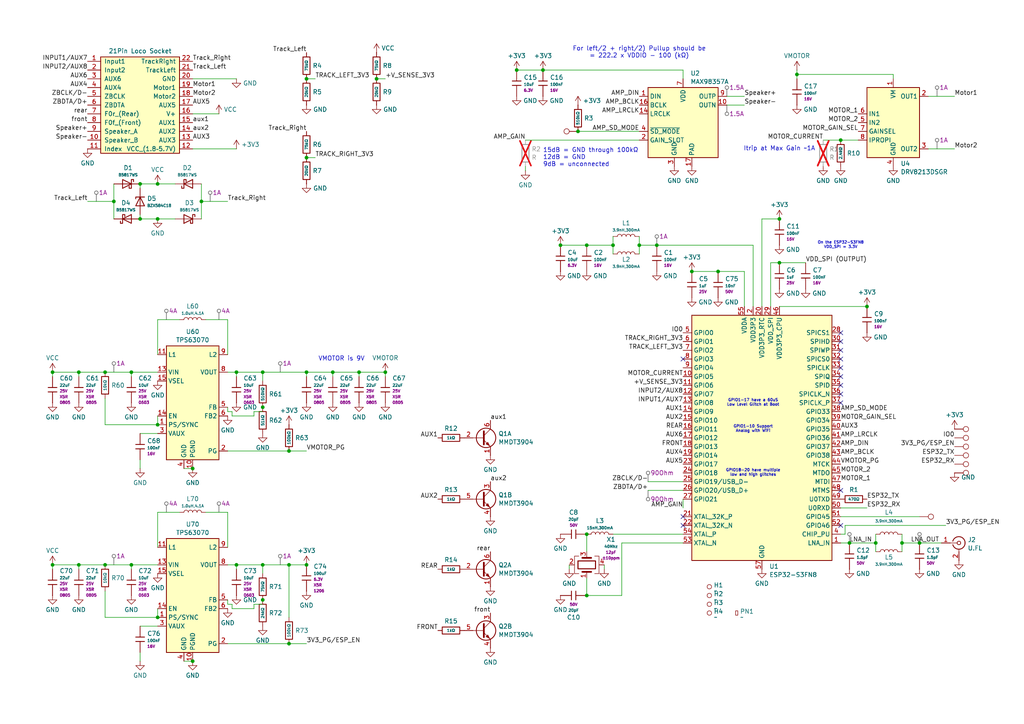
<source format=kicad_sch>
(kicad_sch (version 20250114) (generator "eeschema") (generator_version "9.0")
  (paper "A4")
  (title_block (title "NIMRS-21Pin-Decoder") (date "2025-05-13") (rev "RC2") (company "Kea Studios") (comment 1 "MIT License") (comment 2 "© Chris Dirks 2025"))
  (text "For left/2 + right/2) Pullup should be\n= 222.2 x VDDIO - 100 (kΩ)" (at 185.42 15.24 0) (effects (font (size 1.27 1.27))))
  (text "VMOTOR is 9V" (at 99.06 104.14 0) (effects (font (size 1.27 1.27))))
  (text "15dB = GND through 100kΩ\n12dB = GND\n9dB = unconnected" (at 157.48 45.72 0) (effects (font (size 1.27 1.27)) (justify left)))
  (text "GPIO18-20 have multiple\nlow and high glitches" (at 218.44 137.16 0) (effects (font (size 0.8 0.8))))
  (text "GPIO1-17 have a 60uS\nLow Level Glitch at Boot" (at 218.44 116.84 0) (effects (font (size 0.8 0.8))))
  (text "On the ESP32-S3FN8\nVDD_SPI = 3.3V" (at 243.84 71.12 0) (effects (font (size 0.8 0.8))))
  (text "GPIO1-10 Support\nAnalog with WiFi" (at 218.44 124.46 0) (effects (font (size 0.8 0.8))))
  (text "Itrip at Max Gain ~1A" (at 226.06 43.18 0) (effects (font (size 1.27 1.27))))
  (junction (at 246.38 157.48))
  (junction (at 190.5 71.12))
  (junction (at 88.9 22.86))
  (junction (at 200.66 78.74))
  (junction (at 55.88 135.89))
  (junction (at 88.9 163.83))
  (junction (at 30.48 107.95))
  (junction (at 111.76 107.95))
  (junction (at 30.48 163.83))
  (junction (at 76.2 118.11))
  (junction (at 266.7 157.48))
  (junction (at 83.82 130.81))
  (junction (at 68.58 163.83))
  (junction (at 76.2 107.95))
  (junction (at 170.18 71.12))
  (junction (at 251.46 88.9))
  (junction (at 226.06 76.2))
  (junction (at 231.14 21.59))
  (junction (at 88.9 45.72))
  (junction (at 45.72 63.5))
  (junction (at 15.24 163.83))
  (junction (at 104.14 107.95))
  (junction (at 58.42 58.42))
  (junction (at 68.58 107.95))
  (junction (at 38.1 163.83))
  (junction (at 40.64 53.34))
  (junction (at 88.9 107.95))
  (junction (at 185.42 71.12))
  (junction (at 38.1 107.95))
  (junction (at 157.48 20.32))
  (junction (at 226.06 63.5))
  (junction (at 149.86 20.32))
  (junction (at 96.52 107.95))
  (junction (at 22.86 107.95))
  (junction (at 177.8 71.12))
  (junction (at 243.84 40.64))
  (junction (at 40.64 63.5))
  (junction (at 170.18 154.94))
  (junction (at 45.72 179.07))
  (junction (at 55.88 191.77))
  (junction (at 15.24 107.95))
  (junction (at 208.28 78.74))
  (junction (at 167.64 38.1))
  (junction (at 76.2 163.83))
  (junction (at 162.56 71.12))
  (junction (at 109.22 22.86))
  (junction (at 170.18 172.72))
  (junction (at 22.86 163.83))
  (junction (at 261.62 157.48))
  (junction (at 33.02 58.42))
  (junction (at 254 157.48))
  (junction (at 45.72 53.34))
  (junction (at 76.2 173.99))
  (junction (at 83.82 186.69))
  (junction (at 45.72 123.19))
  (junction (at 83.82 163.83))
  (no_connect (at 243.84 114.3))
  (no_connect (at 198.12 104.14))
  (no_connect (at 243.84 111.76))
  (no_connect (at 243.84 152.4))
  (no_connect (at 198.12 152.4))
  (no_connect (at 243.84 109.22))
  (no_connect (at 243.84 101.6))
  (no_connect (at 243.84 99.06))
  (no_connect (at 243.84 142.24))
  (no_connect (at 243.84 116.84))
  (no_connect (at 243.84 104.14))
  (no_connect (at 243.84 96.52))
  (no_connect (at 198.12 149.86))
  (no_connect (at 243.84 106.68))
  (wire (pts (xy 22.86 163.83) (xy 30.48 163.83)))
  (wire (pts (xy 58.42 63.5) (xy 58.42 58.42)))
  (wire (pts (xy 76.2 107.95) (xy 76.2 110.49)))
  (wire (pts (xy 38.1 109.22) (xy 38.1 107.95)))
  (wire (pts (xy 30.48 163.83) (xy 38.1 163.83)))
  (wire (pts (xy 218.44 71.12) (xy 218.44 88.9)))
  (wire (pts (xy 276.86 27.94) (xy 269.24 27.94)))
  (wire (pts (xy 73.66 120.65) (xy 67.31 120.65)))
  (wire (pts (xy 73.66 175.26) (xy 73.66 176.53)))
  (wire (pts (xy 190.5 71.12) (xy 218.44 71.12)))
  (wire (pts (xy 15.24 163.83) (xy 22.86 163.83)))
  (wire (pts (xy 66.04 148.59) (xy 59.69 148.59)))
  (wire (pts (xy 185.42 68.58) (xy 185.42 71.12)))
  (wire (pts (xy 45.72 176.53) (xy 45.72 179.07)))
  (wire (pts (xy 83.82 163.83) (xy 88.9 163.83)))
  (wire (pts (xy 231.14 21.59) (xy 259.08 21.59)))
  (wire (pts (xy 66.04 163.83) (xy 68.58 163.83)))
  (wire (pts (xy 66.04 130.81) (xy 83.82 130.81)))
  (wire (pts (xy 58.42 58.42) (xy 58.42 53.34)))
  (wire (pts (xy 53.34 191.77) (xy 55.88 191.77)))
  (wire (pts (xy 76.2 175.26) (xy 73.66 175.26)))
  (wire (pts (xy 66.04 92.71) (xy 59.69 92.71)))
  (wire (pts (xy 45.72 53.34) (xy 50.8 53.34)))
  (wire (pts (xy 83.82 163.83) (xy 83.82 179.07)))
  (wire (pts (xy 152.4 48.26) (xy 152.4 49.53)))
  (wire (pts (xy 40.64 53.34) (xy 40.64 54.61)))
  (wire (pts (xy 170.18 172.72) (xy 170.18 167.64)))
  (wire (pts (xy 53.34 135.89) (xy 55.88 135.89)))
  (wire (pts (xy 68.58 107.95) (xy 66.04 107.95)))
  (wire (pts (xy 220.98 63.5) (xy 226.06 63.5)))
  (wire (pts (xy 226.06 76.2) (xy 233.68 76.2)))
  (wire (pts (xy 68.58 163.83) (xy 76.2 163.83)))
  (wire (pts (xy 76.2 107.95) (xy 68.58 107.95)))
  (wire (pts (xy 52.07 92.71) (xy 45.72 92.71)))
  (wire (pts (xy 30.48 123.19) (xy 45.72 123.19)))
  (wire (pts (xy 15.24 165.1) (xy 15.24 163.83)))
  (wire (pts (xy 167.64 38.1) (xy 185.42 38.1)))
  (wire (pts (xy 210.82 30.48) (xy 215.9 30.48)))
  (wire (pts (xy 231.14 20.32) (xy 231.14 21.59)))
  (wire (pts (xy 76.2 166.37) (xy 76.2 163.83)))
  (wire (pts (xy 88.9 107.95) (xy 96.52 107.95)))
  (wire (pts (xy 30.48 179.07) (xy 45.72 179.07)))
  (wire (pts (xy 40.64 62.23) (xy 40.64 63.5)))
  (wire (pts (xy 33.02 63.5) (xy 33.02 58.42)))
  (wire (pts (xy 223.52 76.2) (xy 226.06 76.2)))
  (wire (pts (xy 25.4 58.42) (xy 33.02 58.42)))
  (wire (pts (xy 157.48 20.32) (xy 198.12 20.32)))
  (wire (pts (xy 223.52 76.2) (xy 223.52 88.9)))
  (wire (pts (xy 152.4 40.64) (xy 185.42 40.64)))
  (wire (pts (xy 30.48 107.95) (xy 38.1 107.95)))
  (wire (pts (xy 243.84 40.64) (xy 248.92 40.64)))
  (wire (pts (xy 238.76 40.64) (xy 243.84 40.64)))
  (wire (pts (xy 96.52 109.22) (xy 96.52 107.95)))
  (wire (pts (xy 162.56 71.12) (xy 170.18 71.12)))
  (wire (pts (xy 254 157.48) (xy 254 160.02)))
  (wire (pts (xy 245.11 152.4) (xy 245.11 154.94)))
  (wire (pts (xy 187.96 139.7) (xy 198.12 139.7)))
  (wire (pts (xy 40.64 189.23) (xy 40.64 191.77)))
  (wire (pts (xy 88.9 109.22) (xy 88.9 107.95)))
  (wire (pts (xy 55.88 33.02) (xy 63.5 33.02)))
  (wire (pts (xy 76.2 119.38) (xy 76.2 118.11)))
  (wire (pts (xy 67.31 120.65) (xy 67.31 119.38)))
  (wire (pts (xy 45.72 148.59) (xy 45.72 158.75)))
  (wire (pts (xy 91.44 22.86) (xy 88.9 22.86)))
  (wire (pts (xy 261.62 154.94) (xy 261.62 157.48)))
  (wire (pts (xy 91.44 45.72) (xy 88.9 45.72)))
  (wire (pts (xy 185.42 71.12) (xy 185.42 73.66)))
  (wire (pts (xy 215.9 78.74) (xy 215.9 88.9)))
  (wire (pts (xy 231.14 21.59) (xy 231.14 22.86)))
  (wire (pts (xy 266.7 157.48) (xy 273.05 157.48)))
  (wire (pts (xy 45.72 92.71) (xy 45.72 102.87)))
  (wire (pts (xy 52.07 148.59) (xy 45.72 148.59)))
  (wire (pts (xy 45.72 63.5) (xy 50.8 63.5)))
  (wire (pts (xy 226.06 88.9) (xy 251.46 88.9)))
  (wire (pts (xy 165.1 163.83) (xy 165.1 165.1)))
  (wire (pts (xy 73.66 119.38) (xy 76.2 119.38)))
  (wire (pts (xy 261.62 157.48) (xy 266.7 157.48)))
  (wire (pts (xy 40.64 125.73) (xy 45.72 125.73)))
  (wire (pts (xy 45.72 120.65) (xy 45.72 123.19)))
  (wire (pts (xy 66.04 158.75) (xy 66.04 148.59)))
  (wire (pts (xy 170.18 154.94) (xy 170.18 160.02)))
  (wire (pts (xy 180.34 157.48) (xy 180.34 172.72)))
  (wire (pts (xy 15.24 107.95) (xy 22.86 107.95)))
  (wire (pts (xy 22.86 109.22) (xy 22.86 107.95)))
  (wire (pts (xy 170.18 71.12) (xy 177.8 71.12)))
  (wire (pts (xy 66.04 186.69) (xy 83.82 186.69)))
  (wire (pts (xy 55.88 43.18) (xy 68.58 43.18)))
  (wire (pts (xy 276.86 43.18) (xy 269.24 43.18)))
  (wire (pts (xy 22.86 165.1) (xy 22.86 163.83)))
  (wire (pts (xy 66.04 175.26) (xy 66.04 173.99)))
  (wire (pts (xy 177.8 68.58) (xy 177.8 71.12)))
  (wire (pts (xy 111.76 109.22) (xy 111.76 107.95)))
  (wire (pts (xy 210.82 27.94) (xy 215.9 27.94)))
  (wire (pts (xy 67.31 175.26) (xy 66.04 175.26)))
  (wire (pts (xy 104.14 107.95) (xy 96.52 107.95)))
  (wire (pts (xy 76.2 107.95) (xy 88.9 107.95)))
  (wire (pts (xy 246.38 157.48) (xy 254 157.48)))
  (wire (pts (xy 149.86 20.32) (xy 157.48 20.32)))
  (wire (pts (xy 254 157.48) (xy 254 154.94)))
  (wire (pts (xy 66.04 102.87) (xy 66.04 92.71)))
  (wire (pts (xy 243.84 149.86) (xy 266.7 149.86)))
  (wire (pts (xy 177.8 154.94) (xy 198.12 154.94)))
  (wire (pts (xy 185.42 71.12) (xy 190.5 71.12)))
  (wire (pts (xy 40.64 53.34) (xy 45.72 53.34)))
  (wire (pts (xy 83.82 130.81) (xy 88.9 130.81)))
  (wire (pts (xy 58.42 58.42) (xy 66.04 58.42)))
  (wire (pts (xy 200.66 78.74) (xy 208.28 78.74)))
  (wire (pts (xy 198.12 20.32) (xy 198.12 22.86)))
  (wire (pts (xy 245.11 154.94) (xy 243.84 154.94)))
  (wire (pts (xy 259.08 21.59) (xy 259.08 22.86)))
  (wire (pts (xy 66.04 119.38) (xy 67.31 119.38)))
  (wire (pts (xy 66.04 119.38) (xy 66.04 118.11)))
  (wire (pts (xy 40.64 63.5) (xy 45.72 63.5)))
  (wire (pts (xy 83.82 186.69) (xy 88.9 186.69)))
  (wire (pts (xy 220.98 63.5) (xy 220.98 88.9)))
  (wire (pts (xy 111.76 107.95) (xy 104.14 107.95)))
  (wire (pts (xy 22.86 107.95) (xy 30.48 107.95)))
  (wire (pts (xy 73.66 119.38) (xy 73.66 120.65)))
  (wire (pts (xy 198.12 147.32) (xy 198.12 144.78)))
  (wire (pts (xy 55.88 22.86) (xy 68.58 22.86)))
  (wire (pts (xy 243.84 147.32) (xy 251.46 147.32)))
  (wire (pts (xy 243.84 157.48) (xy 246.38 157.48)))
  (wire (pts (xy 68.58 109.22) (xy 68.58 107.95)))
  (wire (pts (xy 33.02 58.42) (xy 33.02 53.34)))
  (wire (pts (xy 30.48 115.57) (xy 30.48 123.19)))
  (wire (pts (xy 30.48 171.45) (xy 30.48 179.07)))
  (wire (pts (xy 67.31 176.53) (xy 73.66 176.53)))
  (wire (pts (xy 15.24 109.22) (xy 15.24 107.95)))
  (wire (pts (xy 40.64 133.35) (xy 40.64 135.89)))
  (wire (pts (xy 76.2 163.83) (xy 83.82 163.83)))
  (wire (pts (xy 261.62 157.48) (xy 261.62 160.02)))
  (wire (pts (xy 76.2 175.26) (xy 76.2 173.99)))
  (wire (pts (xy 208.28 78.74) (xy 215.9 78.74)))
  (wire (pts (xy 187.96 142.24) (xy 198.12 142.24)))
  (wire (pts (xy 274.32 152.4) (xy 245.11 152.4)))
  (wire (pts (xy 40.64 181.61) (xy 45.72 181.61)))
  (wire (pts (xy 111.76 22.86) (xy 109.22 22.86)))
  (wire (pts (xy 175.26 163.83) (xy 175.26 165.1)))
  (wire (pts (xy 38.1 165.1) (xy 38.1 163.83)))
  (wire (pts (xy 104.14 109.22) (xy 104.14 107.95)))
  (wire (pts (xy 38.1 107.95) (xy 45.72 107.95)))
  (wire (pts (xy 67.31 176.53) (xy 67.31 175.26)))
  (wire (pts (xy 198.12 157.48) (xy 180.34 157.48)))
  (wire (pts (xy 177.8 71.12) (xy 177.8 73.66)))
  (wire (pts (xy 38.1 163.83) (xy 45.72 163.83)))
  (wire (pts (xy 180.34 172.72) (xy 170.18 172.72)))
  (wire (pts (xy 68.58 165.1) (xy 68.58 163.83)))
  (label "VMOTOR_PG" (at 88.9 130.81 0))
  (label "AUX5" (at 198.12 134.62 180))
  (label "AMP_LRCLK" (at 185.42 33.02 180))
  (label "INPUT1{slash}AUX7" (at 25.4 17.78 180))
  (label "REAR" (at 127 165.1 180))
  (label "aux2" (at 142.24 139.7 0))
  (label "AMP_BCLK" (at 243.84 132.08 0))
  (label "AMP_GAIN" (at 152.4 40.64 180))
  (label "MOTOR_GAIN_SEL" (at 248.92 38.1 180))
  (label "AMP_SD_MODE" (at 185.42 38.1 180))
  (label "Speaker+" (at 215.9 27.94 0))
  (label "VDD_SPI (OUTPUT)" (at 233.68 76.2 0))
  (label "ESP32_TX" (at 251.46 144.78 0))
  (label "aux1" (at 142.24 121.92 0))
  (label "ZBCLK{slash}D-" (at 187.96 139.7 180))
  (label "Track_Left" (at 25.4 58.42 180))
  (label "TRACK_LEFT_3V3" (at 198.12 101.6 180))
  (label "Motor2" (at 55.88 27.94 0))
  (label "AMP_LRCLK" (at 243.84 127 0))
  (label "TRACK_LEFT_3V3" (at 91.44 22.86 0))
  (label "FRONT" (at 127 182.88 180))
  (label "Track_Right" (at 55.88 17.78 0))
  (label "AMP_BCLK" (at 185.42 30.48 180))
  (label "AUX2" (at 198.12 121.92 180))
  (label "ESP32_RX" (at 276.86 134.62 180))
  (label "rear" (at 25.4 33.02 180))
  (label "INPUT2{slash}AUX8" (at 198.12 114.3 180))
  (label "+V_SENSE_3V3" (at 198.12 111.76 180))
  (label "3V3_PG{slash}ESP_EN" (at 88.9 186.69 0))
  (label "ZBDTA{slash}D+" (at 187.96 142.24 180))
  (label "AUX1" (at 198.12 119.38 180))
  (label "Track_Right" (at 88.9 38.1 180))
  (label "FRONT" (at 198.12 129.54 180))
  (label "IO0" (at 198.12 96.52 180))
  (label "IO0" (at 276.86 127 180))
  (label "3V3_PG{slash}ESP_EN" (at 274.32 152.4 0))
  (label "AMP_DIN" (at 185.42 27.94 180))
  (label "LNA_IN" (at 246.38 157.48 0))
  (label "Speaker+" (at 25.4 38.1 180))
  (label "AUX4" (at 25.4 25.4 180))
  (label "ESP32_TX" (at 276.86 132.08 180))
  (label "INPUT2{slash}AUX8" (at 25.4 20.32 180))
  (label "MOTOR_1" (at 243.84 139.7 0))
  (label "aux1" (at 55.88 35.56 0))
  (label "+V_SENSE_3V3" (at 111.76 22.86 0))
  (label "AUX3" (at 243.84 124.46 0))
  (label "AUX6" (at 25.4 22.86 180))
  (label "Speaker-" (at 215.9 30.48 0))
  (label "Track_Right" (at 66.04 58.42 0))
  (label "3V3_PG{slash}ESP_EN" (at 276.86 129.54 180))
  (label "MOTOR_2" (at 243.84 137.16 0))
  (label "AMP_DIN" (at 243.84 129.54 0))
  (label "LNA_OUT" (at 264.16 157.48 0))
  (label "front" (at 25.4 35.56 180))
  (label "aux2" (at 55.88 38.1 0))
  (label "INPUT1{slash}AUX7" (at 198.12 116.84 180))
  (label "TRACK_RIGHT_3V3" (at 198.12 99.06 180))
  (label "MOTOR_GAIN_SEL" (at 243.84 121.92 0))
  (label "ZBDTA{slash}D+" (at 25.4 30.48 180))
  (label "MOTOR_CURRENT" (at 238.76 40.64 180))
  (label "AUX4" (at 198.12 132.08 180))
  (label "AUX6" (at 198.12 127 180))
  (label "MOTOR_CURRENT" (at 198.12 109.22 180))
  (label "AMP_GAIN" (at 198.12 147.32 180))
  (label "Track_Left" (at 88.9 15.24 180))
  (label "AUX1" (at 127 127 180))
  (label "MOTOR_2" (at 248.92 35.56 180))
  (label "AMP_SD_MODE" (at 243.84 119.38 0))
  (label "Speaker-" (at 25.4 40.64 180))
  (label "AUX5" (at 55.88 30.48 0))
  (label "AUX2" (at 127 144.78 180))
  (label "Motor2" (at 276.86 43.18 0))
  (label "MOTOR_1" (at 248.92 33.02 180))
  (label "Motor1" (at 276.86 27.94 0))
  (label "AUX3" (at 55.88 40.64 0))
  (label "REAR" (at 198.12 124.46 180))
  (label "Track_Left" (at 55.88 20.32 0))
  (label "front" (at 142.24 177.8 180))
  (label "rear" (at 142.24 160.02 180))
  (label "VMOTOR_PG" (at 243.84 134.62 0))
  (label "ESP32_RX" (at 251.46 147.32 0))
  (label "Motor1" (at 55.88 25.4 0))
  (label "ZBCLK{slash}D-" (at 25.4 27.94 180))
  (label "TRACK_RIGHT_3V3" (at 91.44 45.72 0))
  (netclass_flag "" (length 2.54) (shape round) (at 33.02 107.95 0) (property "Netclass" "1A" (at 33.7185 105.41 0) (effects (justify left))))
  (netclass_flag "" (length 2.54) (shape round) (at 81.28 107.95 0) (property "Netclass" "1A" (at 81.9785 105.41 0) (effects (justify left))))
  (netclass_flag "" (length 2.54) (shape round) (at 63.5 92.71 0) (property "Netclass" "4A" (at 64.1985 90.17 0) (effects (justify left))))
  (netclass_flag "" (length 2.54) (shape round) (at 33.02 163.83 0) (property "Netclass" "1A" (at 33.7185 161.29 0) (effects (justify left))))
  (netclass_flag "" (length 2.54) (shape round) (at 48.26 148.59 0) (property "Netclass" "4A" (at 48.9585 146.05 0) (effects (justify left))))
  (netclass_flag "" (length 2.54) (shape round) (at 246.38 157.48 0) (property "Netclass" "50Ohm" (effects (hide yes))))
  (netclass_flag "" (length 2.54) (shape round) (at 187.96 142.24 180) (property "Netclass" "90Ohm" (at 188.6585 144.78 0) (effects (justify left))))
  (netclass_flag "" (length 2.54) (shape round) (at 81.28 163.83 0) (property "Netclass" "1A" (at 81.9785 161.29 0) (effects (justify left))))
  (netclass_flag "" (length 2.54) (shape round) (at 63.5 148.59 0) (property "Netclass" "4A" (at 64.1985 146.05 0) (effects (justify left))))
  (netclass_flag "" (length 2.54) (shape round) (at 190.5 71.12 0) (property "Netclass" "1A" (at 191.1985 68.58 0) (effects (justify left))))
  (netclass_flag "" (length 2.54) (shape round) (at 48.26 92.71 0) (property "Netclass" "4A" (at 48.9585 90.17 0) (effects (justify left))))
  (netclass_flag "" (length 2.54) (shape round) (at 27.94 58.42 0) (property "Netclass" "1A" (at 28.6385 55.88 0) (effects (justify left))))
  (netclass_flag "" (length 2.54) (shape round) (at 271.78 27.94 0) (property "Netclass" "1A" (at 272.4785 25.4 0) (effects (justify left))))
  (netclass_flag "" (length 2.54) (shape round) (at 210.82 27.94 0) (property "Netclass" "1.5A" (at 211.5185 25.4 0) (effects (justify left))))
  (netclass_flag "" (length 2.54) (shape round) (at 210.82 30.48 180) (property "Netclass" "1.5A" (at 211.5185 33.02 0) (effects (justify left))))
  (netclass_flag "" (length 2.54) (shape round) (at 60.96 58.42 0) (property "Netclass" "1A" (at 61.6585 55.88 0) (effects (justify left))))
  (netclass_flag "" (length 2.54) (shape round) (at 266.7 157.48 0) (property "Netclass" "50Ohm" (effects (hide yes))))
  (netclass_flag "" (length 2.54) (shape round) (at 271.78 43.18 0) (property "Netclass" "1A" (at 272.4785 40.64 0) (effects (justify left))))
  (netclass_flag "" (length 2.54) (shape round) (at 187.96 139.7 0) (property "Netclass" "90Ohm" (at 188.6585 137.16 0) (effects (justify left))))
  (symbol (lib_id "power:GND") (at 22.86 172.72 0) (unit 1)
    (property "Reference" "#PWR070" (effects (hide yes)))
    (property "Value" "GND" (at 22.86 176.8531 0))
    (property "Description" "Power symbol creates a global label with name \"GND\" , ground" (effects (hide yes)))
  )
  (symbol (lib_id "PCM_JLCPCB-Capacitors:0402,20pF") (at 166.37 172.72 90) (mirror x) (unit 1)
    (property "Reference" "C10" (at 166.37 179.0461 90))
    (property "Value" "20pF" (at 166.37 176.9999 90) (effects (font (size 0.8 0.8))))
    (property "Footprint" "PCM_JLCPCB:C_0402" (effects (hide yes)))
    (property "Datasheet" "https://www.lcsc.com/datasheet/lcsc_datasheet_2304140030_FH--Guangdong-Fenghua-Advanced-Tech-0402CG200J500NT_C1554.pdf" (effects (hide yes)))
    (property "Description" "50V 20pF C0G ±5% 0402 Multilayer Ceramic Capacitors MLCC - SMD/SMT ROHS" (effects (hide yes)))
    (property "LCSC" "C1554" (effects (hide yes)))
    (property "Stock" "965148" (effects (hide yes)))
    (property "Price" "0.004USD" (effects (hide yes)))
    (property "Process" "SMT" (effects (hide yes)))
    (property "Minimum Qty" "20" (effects (hide yes)))
    (property "Attrition Qty" "10" (effects (hide yes)))
    (property "Class" "Basic Component" (effects (hide yes)))
    (property "Category" "Capacitors,Multilayer Ceramic Capacitors MLCC - SMD/SMT" (effects (hide yes)))
    (property "Manufacturer" "FH(Guangdong Fenghua Advanced Tech)" (effects (hide yes)))
    (property "Part" "0402CG200J500NT" (effects (hide yes)))
    (property "Voltage Rated" "50V" (at 166.37 175.3319 90) (effects (font (size 0.8 0.8))))
    (property "Tolerance" "±5%" (effects (hide yes)))
    (property "Capacitance" "20pF" (effects (hide yes)))
    (property "Temperature Coefficient" "C0G" (effects (hide yes)))
  )
  (symbol (lib_id "power:GND") (at 152.4 49.53 0) (unit 1)
    (property "Reference" "#PWR012" (effects (hide yes)))
    (property "Value" "GND" (at 152.4 53.6631 0))
    (property "Description" "Power symbol creates a global label with name \"GND\" , ground" (effects (hide yes)))
  )
  (symbol (lib_id "PCM_JLCPCB-Capacitors:0603,10uF,(2)") (at 38.1 113.03 0) (unit 1)
    (property "Reference" "C62" (at 40.132 109.694 0) (effects (justify left)))
    (property "Value" "10uF" (at 40.132 111.7402 0) (effects (font (size 0.8 0.8)) (justify left)))
    (property "Footprint" "PCM_JLCPCB:C_0603" (effects (hide yes)))
    (property "Datasheet" "https://www.lcsc.com/datasheet/lcsc_datasheet_2304140030_Samsung-Electro-Mechanics-CL10A106MA8NRNC_C96446.pdf" (effects (hide yes)))
    (property "Description" "25V 10uF X5R ±20% 0603 Multilayer Ceramic Capacitors MLCC - SMD/SMT ROHS" (effects (hide yes)))
    (property "LCSC" "C96446" (effects (hide yes)))
    (property "Stock" "4098886" (effects (hide yes)))
    (property "Price" "0.021USD" (effects (hide yes)))
    (property "Process" "SMT" (effects (hide yes)))
    (property "Minimum Qty" "20" (effects (hide yes)))
    (property "Attrition Qty" "8" (effects (hide yes)))
    (property "Class" "Basic Component" (effects (hide yes)))
    (property "Category" "Capacitors,Multilayer Ceramic Capacitors MLCC - SMD/SMT" (effects (hide yes)))
    (property "Manufacturer" "Samsung Electro-Mechanics" (effects (hide yes)))
    (property "Part" "CL10A106MA8NRNC" (effects (hide yes)))
    (property "Voltage Rated" "25V" (at 40.132 113.4082 0) (effects (font (size 0.8 0.8)) (justify left)))
    (property "Tolerance" "±20%" (effects (hide yes)))
    (property "Capacitance" "10uF" (effects (hide yes)))
    (property "Temperature Coefficient" "X5R" (at 40.132 115.0762 0) (effects (font (size 0.8 0.8)) (justify left)))
    (property "Package" "0603" (at 40.132 116.7442 0) (effects (font (size 0.8 0.8)) (justify left)))
  )
  (symbol (lib_id "Device:R") (at 238.76 44.45 0) (unit 1) (in_bom no) (dnp yes)
    (property "Reference" "R11" (at 240.538 43.2378 0) (effects (justify left)))
    (property "Value" "R" (at 240.538 45.6621 0) (effects (justify left)))
    (property "Footprint" "Resistor_SMD:R_0805_2012Metric_Pad1.20x1.40mm_HandSolder" (effects (hide yes)))
    (property "Description" "Resistor" (effects (hide yes)))
  )
  (symbol (lib_id "power:VCC") (at 109.22 15.24 0) (unit 1)
    (property "Reference" "#PWR054" (effects (hide yes)))
    (property "Value" "VCC" (at 110.617 13.97 0) (effects (justify left)))
    (property "Description" "Power symbol creates a global label with name \"VCC\"" (effects (hide yes)))
  )
  (symbol (lib_id "PCM_JLCPCB-Transistor-Packages:NPN, 2 Channel, MMDT3904") (at 139.7 182.88 0) (unit 2)
    (property "Reference" "Q2" (at 144.5514 181.6678 0) (effects (justify left)))
    (property "Value" "MMDT3904" (at 144.5514 184.0921 0) (effects (justify left)))
    (property "Footprint" "Custom_Footprints:SOT-363_SC-70-6" (effects (hide yes)))
    (property "Datasheet" "https://www.lcsc.com/datasheet/lcsc_datasheet_2409051048_hongjiacheng-MMDT3904_C41375125.pdf" (effects (hide yes)))
    (property "Description" "NPN SOT-363 Bipolar (BJT) ROHS" (effects (hide yes)))
    (property "LCSC" "C41375125" (effects (hide yes)))
    (property "Stock" "27308" (effects (hide yes)))
    (property "Price" "0.033USD" (effects (hide yes)))
    (property "Process" "SMT" (effects (hide yes)))
    (property "Minimum Qty" "10" (effects (hide yes)))
    (property "Attrition Qty" "4" (effects (hide yes)))
    (property "Class" "Preferred Component" (effects (hide yes)))
    (property "Category" "Transistors/Thyristors,Bipolar (BJT)" (effects (hide yes)))
    (property "Manufacturer" "hongjiacheng" (effects (hide yes)))
    (property "Part" "MMDT3904" (effects (hide yes)))
    (property "Transistor Type" "NPN" (effects (hide yes)))
    (property "Operating Temperature" "-55°C~+155°C@(Tj)" (effects (hide yes)))
    (property "Transition Frequency (Ft)" "300MHz" (effects (hide yes)))
  )
  (symbol (lib_id "Custom_Symbols:Connector, 21Pin(21MTC), Decoder") (at 40.64 30.48 0) (unit 1)
    (property "Reference" "J1" (effects (hide yes)))
    (property "Value" "21Pin Loco Socket" (at 40.64 14.7898 0))
    (property "Footprint" "Custom_Footprints:BD050-22-A-0-0500-L-D" (effects (hide yes)))
    (property "Description" "NEM 660, Electrical Interface 21MTC" (effects (hide yes)))
    (property "LCSC" "C7219764" (effects (hide yes)))
    (property "Stock" "0" (effects (hide yes)))
  )
  (symbol (lib_id "power:GND") (at 88.9 53.34 0) (unit 1)
    (property "Reference" "#PWR053" (effects (hide yes)))
    (property "Value" "GND" (at 90.805 54.61 0) (effects (justify left)))
    (property "Description" "Power symbol creates a global label with name \"GND\" , ground" (effects (hide yes)))
  )
  (symbol (lib_id "power:GND") (at 165.1 165.1 0) (unit 1)
    (property "Reference" "#PWR05" (effects (hide yes)))
    (property "Value" "GND" (at 165.1 169.2331 0))
    (property "Description" "Power symbol creates a global label with name \"GND\" , ground" (effects (hide yes)))
  )
  (symbol (lib_id "PCM_JLCPCB-Resistors:0402,100kΩ") (at 83.82 127 0) (unit 1)
    (property "Reference" "R63" (at 85.598 127 0) (effects (justify left)))
    (property "Value" "100kΩ" (at 83.82 127 90) (effects (font (size 0.8 0.8))))
    (property "Footprint" "PCM_JLCPCB:R_0402" (effects (hide yes)))
    (property "Datasheet" "https://www.lcsc.com/datasheet/lcsc_datasheet_2206010100_UNI-ROYAL-Uniroyal-Elec-0402WGF1003TCE_C25741.pdf" (effects (hide yes)))
    (property "Description" "62.5mW Thick Film Resistors 50V ±100ppm/°C ±1% 100kΩ 0402 Chip Resistor - Surface Mount ROHS" (effects (hide yes)))
    (property "LCSC" "C25741" (effects (hide yes)))
    (property "Stock" "7342293" (effects (hide yes)))
    (property "Price" "0.004USD" (effects (hide yes)))
    (property "Process" "SMT" (effects (hide yes)))
    (property "Minimum Qty" "20" (effects (hide yes)))
    (property "Attrition Qty" "10" (effects (hide yes)))
    (property "Class" "Basic Component" (effects (hide yes)))
    (property "Category" "Resistors,Chip Resistor - Surface Mount" (effects (hide yes)))
    (property "Manufacturer" "UNI-ROYAL(Uniroyal Elec)" (effects (hide yes)))
    (property "Part" "0402WGF1003TCE" (effects (hide yes)))
    (property "Resistance" "100kΩ" (effects (hide yes)))
    (property "Power(Watts)" "62.5mW" (effects (hide yes)))
    (property "Type" "Thick Film Resistors" (effects (hide yes)))
    (property "Overload Voltage (Max)" "50V" (effects (hide yes)))
    (property "Operating Temperature Range" "-55°C~+155°C" (effects (hide yes)))
    (property "Tolerance" "±1%" (effects (hide yes)))
    (property "Temperature Coefficient" "±100ppm/°C" (effects (hide yes)))
  )
  (symbol (lib_id "Connector:TestPoint") (at 167.64 38.1 90) (unit 1) (in_bom no)
    (property "Reference" "TP8" (effects (hide yes)))
    (property "Value" "Test Point" (effects (hide yes)))
    (property "Footprint" "Custom_Footprints:TestPoint_Pad_D1.0mm" (effects (hide yes)))
    (property "Description" "test point" (effects (hide yes)))
  )
  (symbol (lib_id "PCM_JLCPCB-Capacitors:0402,100nF") (at 157.48 24.13 0) (unit 1)
    (property "Reference" "C16" (at 159.512 22.462 0) (effects (justify left)))
    (property "Value" "100nF" (at 159.512 24.5082 0) (effects (font (size 0.8 0.8)) (justify left)))
    (property "Footprint" "PCM_JLCPCB:C_0402" (effects (hide yes)))
    (property "Datasheet" "https://www.lcsc.com/datasheet/lcsc_datasheet_2304140030_Samsung-Electro-Mechanics-CL05B104KO5NNNC_C1525.pdf" (effects (hide yes)))
    (property "Description" "16V 100nF X7R ±10% 0402 Multilayer Ceramic Capacitors MLCC - SMD/SMT ROHS" (effects (hide yes)))
    (property "LCSC" "C1525" (effects (hide yes)))
    (property "Stock" "11234519" (effects (hide yes)))
    (property "Price" "0.004USD" (effects (hide yes)))
    (property "Process" "SMT" (effects (hide yes)))
    (property "Minimum Qty" "20" (effects (hide yes)))
    (property "Attrition Qty" "10" (effects (hide yes)))
    (property "Class" "Basic Component" (effects (hide yes)))
    (property "Category" "Capacitors,Multilayer Ceramic Capacitors MLCC - SMD/SMT" (effects (hide yes)))
    (property "Manufacturer" "Samsung Electro-Mechanics" (effects (hide yes)))
    (property "Part" "CL05B104KO5NNNC" (effects (hide yes)))
    (property "Voltage Rated" "16V" (at 159.512 26.1762 0) (effects (font (size 0.8 0.8)) (justify left)))
    (property "Tolerance" "±10%" (effects (hide yes)))
    (property "Capacitance" "100nF" (effects (hide yes)))
    (property "Temperature Coefficient" "X7R" (effects (hide yes)))
  )
  (symbol (lib_id "PCM_JLCPCB-Resistors:0402,510kΩ") (at 76.2 114.3 0) (unit 1)
    (property "Reference" "R61" (at 77.978 114.3 0) (effects (justify left)))
    (property "Value" "510kΩ" (at 76.2 114.3 90) (effects (font (size 0.8 0.8))))
    (property "Footprint" "PCM_JLCPCB:R_0402" (effects (hide yes)))
    (property "Datasheet" "https://www.lcsc.com/datasheet/lcsc_datasheet_2206010216_UNI-ROYAL-Uniroyal-Elec-0402WGF5103TCE_C11616.pdf" (effects (hide yes)))
    (property "Description" "62.5mW Thick Film Resistors 50V ±100ppm/°C ±1% 510kΩ 0402 Chip Resistor - Surface Mount ROHS" (effects (hide yes)))
    (property "LCSC" "C11616" (effects (hide yes)))
    (property "Stock" "192653" (effects (hide yes)))
    (property "Price" "0.004USD" (effects (hide yes)))
    (property "Process" "SMT" (effects (hide yes)))
    (property "Minimum Qty" "20" (effects (hide yes)))
    (property "Attrition Qty" "10" (effects (hide yes)))
    (property "Class" "Preferred Component" (effects (hide yes)))
    (property "Category" "Resistors,Chip Resistor - Surface Mount" (effects (hide yes)))
    (property "Manufacturer" "UNI-ROYAL(Uniroyal Elec)" (effects (hide yes)))
    (property "Part" "0402WGF5103TCE" (effects (hide yes)))
    (property "Resistance" "510kΩ" (effects (hide yes)))
    (property "Power(Watts)" "62.5mW" (effects (hide yes)))
    (property "Type" "Thick Film Resistors" (effects (hide yes)))
    (property "Overload Voltage (Max)" "50V" (effects (hide yes)))
    (property "Operating Temperature Range" "-55°C~+155°C" (effects (hide yes)))
    (property "Tolerance" "±1%" (effects (hide yes)))
    (property "Temperature Coefficient" "±100ppm/°C" (effects (hide yes)))
  )
  (symbol (lib_id "PCM_JLCPCB-Capacitors:0805,22uF") (at 15.24 168.91 0) (unit 1)
    (property "Reference" "C70" (at 17.272 165.574 0) (effects (justify left)))
    (property "Value" "22uF" (at 17.272 167.6202 0) (effects (font (size 0.8 0.8)) (justify left)))
    (property "Footprint" "PCM_JLCPCB:C_0805" (effects (hide yes)))
    (property "Datasheet" "https://www.lcsc.com/datasheet/lcsc_datasheet_2304140030_Samsung-Electro-Mechanics-CL21A226MAQNNNE_C45783.pdf" (effects (hide yes)))
    (property "Description" "25V 22uF X5R ±20% 0805 Multilayer Ceramic Capacitors MLCC - SMD/SMT ROHS" (effects (hide yes)))
    (property "LCSC" "C45783" (effects (hide yes)))
    (property "Stock" "3090119" (effects (hide yes)))
    (property "Price" "0.026USD" (effects (hide yes)))
    (property "Process" "SMT" (effects (hide yes)))
    (property "Minimum Qty" "20" (effects (hide yes)))
    (property "Attrition Qty" "6" (effects (hide yes)))
    (property "Class" "Basic Component" (effects (hide yes)))
    (property "Category" "Capacitors,Multilayer Ceramic Capacitors MLCC - SMD/SMT" (effects (hide yes)))
    (property "Manufacturer" "Samsung Electro-Mechanics" (effects (hide yes)))
    (property "Part" "CL21A226MAQNNNE" (effects (hide yes)))
    (property "Voltage Rated" "25V" (at 17.272 169.2882 0) (effects (font (size 0.8 0.8)) (justify left)))
    (property "Tolerance" "±20%" (effects (hide yes)))
    (property "Capacitance" "22uF" (effects (hide yes)))
    (property "Temperature Coefficient" "X5R" (at 17.272 170.9562 0) (effects (font (size 0.8 0.8)) (justify left)))
    (property "Package" "0805" (at 17.272 172.6242 0) (effects (font (size 0.8 0.8)) (justify left)))
  )
  (symbol (lib_id "Connector:TestPoint") (at 266.7 149.86 270) (unit 1) (in_bom no)
    (property "Reference" "TP7" (effects (hide yes)))
    (property "Value" "Test Point" (effects (hide yes)))
    (property "Footprint" "Custom_Footprints:TestPoint_Pad_D1.0mm" (effects (hide yes)))
    (property "Description" "test point" (effects (hide yes)))
  )
  (symbol (lib_id "power:GND") (at 88.9 30.48 0) (unit 1)
    (property "Reference" "#PWR052" (effects (hide yes)))
    (property "Value" "GND" (at 90.805 31.75 0) (effects (justify left)))
    (property "Description" "Power symbol creates a global label with name \"GND\" , ground" (effects (hide yes)))
  )
  (symbol (lib_id "power:+3V3") (at 226.06 63.5 0) (unit 1)
    (property "Reference" "#PWR026" (effects (hide yes)))
    (property "Value" "+3V3" (at 226.06 59.3669 0))
    (property "Description" "Power symbol creates a global label with name \"+3V3\"" (effects (hide yes)))
  )
  (symbol (lib_id "PCM_JLCPCB-Capacitors:0805,22uF") (at 111.76 113.03 0) (unit 1)
    (property "Reference" "C67" (at 113.792 109.694 0) (effects (justify left)))
    (property "Value" "22uF" (at 113.792 111.7402 0) (effects (font (size 0.8 0.8)) (justify left)))
    (property "Footprint" "PCM_JLCPCB:C_0805" (effects (hide yes)))
    (property "Datasheet" "https://www.lcsc.com/datasheet/lcsc_datasheet_2304140030_Samsung-Electro-Mechanics-CL21A226MAQNNNE_C45783.pdf" (effects (hide yes)))
    (property "Description" "25V 22uF X5R ±20% 0805 Multilayer Ceramic Capacitors MLCC - SMD/SMT ROHS" (effects (hide yes)))
    (property "LCSC" "C45783" (effects (hide yes)))
    (property "Stock" "3090119" (effects (hide yes)))
    (property "Price" "0.026USD" (effects (hide yes)))
    (property "Process" "SMT" (effects (hide yes)))
    (property "Minimum Qty" "20" (effects (hide yes)))
    (property "Attrition Qty" "6" (effects (hide yes)))
    (property "Class" "Basic Component" (effects (hide yes)))
    (property "Category" "Capacitors,Multilayer Ceramic Capacitors MLCC - SMD/SMT" (effects (hide yes)))
    (property "Manufacturer" "Samsung Electro-Mechanics" (effects (hide yes)))
    (property "Part" "CL21A226MAQNNNE" (effects (hide yes)))
    (property "Voltage Rated" "25V" (at 113.792 113.4082 0) (effects (font (size 0.8 0.8)) (justify left)))
    (property "Tolerance" "±20%" (effects (hide yes)))
    (property "Capacitance" "22uF" (effects (hide yes)))
    (property "Temperature Coefficient" "X5R" (at 113.792 115.0762 0) (effects (font (size 0.8 0.8)) (justify left)))
    (property "Package" "0805" (at 113.792 116.7442 0) (effects (font (size 0.8 0.8)) (justify left)))
  )
  (symbol (lib_id "power:GND") (at 40.64 191.77 0) (unit 1)
    (property "Reference" "#PWR072" (effects (hide yes)))
    (property "Value" "GND" (at 40.64 195.9031 0))
    (property "Description" "Power symbol creates a global label with name \"GND\" , ground" (effects (hide yes)))
  )
  (symbol (lib_id "power:GND") (at 45.72 166.37 0) (unit 1)
    (property "Reference" "#PWR073" (effects (hide yes)))
    (property "Value" "GND" (at 45.72 170.5031 0))
    (property "Description" "Power symbol creates a global label with name \"GND\" , ground" (effects (hide yes)))
  )
  (symbol (lib_id "power:GND") (at 142.24 170.18 0) (unit 1)
    (property "Reference" "#PWR023" (effects (hide yes)))
    (property "Value" "GND" (at 142.24 174.3131 0))
    (property "Description" "Power symbol creates a global label with name \"GND\" , ground" (effects (hide yes)))
  )
  (symbol (lib_id "power:GND") (at 157.48 27.94 0) (unit 1)
    (property "Reference" "#PWR037" (effects (hide yes)))
    (property "Value" "GND" (at 159.385 29.21 0) (effects (justify left)))
    (property "Description" "Power symbol creates a global label with name \"GND\" , ground" (effects (hide yes)))
  )
  (symbol (lib_id "Device:R") (at 152.4 44.45 0) (unit 1) (in_bom no) (dnp yes)
    (property "Reference" "R2" (at 154.178 43.2378 0) (effects (justify left)))
    (property "Value" "R" (at 154.178 45.6621 0) (effects (justify left)))
    (property "Footprint" "Resistor_SMD:R_0805_2012Metric_Pad1.20x1.40mm_HandSolder" (effects (hide yes)))
    (property "Description" "Resistor" (effects (hide yes)))
  )
  (symbol (lib_id "PCM_JLCPCB-Capacitors:0805,22uF") (at 104.14 113.03 0) (unit 1)
    (property "Reference" "C66" (at 106.172 109.694 0) (effects (justify left)))
    (property "Value" "22uF" (at 106.172 111.7402 0) (effects (font (size 0.8 0.8)) (justify left)))
    (property "Footprint" "PCM_JLCPCB:C_0805" (effects (hide yes)))
    (property "Datasheet" "https://www.lcsc.com/datasheet/lcsc_datasheet_2304140030_Samsung-Electro-Mechanics-CL21A226MAQNNNE_C45783.pdf" (effects (hide yes)))
    (property "Description" "25V 22uF X5R ±20% 0805 Multilayer Ceramic Capacitors MLCC - SMD/SMT ROHS" (effects (hide yes)))
    (property "LCSC" "C45783" (effects (hide yes)))
    (property "Stock" "3090119" (effects (hide yes)))
    (property "Price" "0.026USD" (effects (hide yes)))
    (property "Process" "SMT" (effects (hide yes)))
    (property "Minimum Qty" "20" (effects (hide yes)))
    (property "Attrition Qty" "6" (effects (hide yes)))
    (property "Class" "Basic Component" (effects (hide yes)))
    (property "Category" "Capacitors,Multilayer Ceramic Capacitors MLCC - SMD/SMT" (effects (hide yes)))
    (property "Manufacturer" "Samsung Electro-Mechanics" (effects (hide yes)))
    (property "Part" "CL21A226MAQNNNE" (effects (hide yes)))
    (property "Voltage Rated" "25V" (at 106.172 113.4082 0) (effects (font (size 0.8 0.8)) (justify left)))
    (property "Tolerance" "±20%" (effects (hide yes)))
    (property "Capacitance" "22uF" (effects (hide yes)))
    (property "Temperature Coefficient" "X5R" (at 106.172 115.0762 0) (effects (font (size 0.8 0.8)) (justify left)))
    (property "Package" "0805" (at 106.172 116.7442 0) (effects (font (size 0.8 0.8)) (justify left)))
  )
  (symbol (lib_id "PCM_JLCPCB-Inductors:3.9nH,300mA") (at 257.81 154.94 90) (unit 1)
    (property "Reference" "L4" (at 257.81 148.59 90))
    (property "Value" "3.9nH,300mA" (at 257.81 151.13 90) (effects (font (size 0.8 0.8))))
    (property "Footprint" "PCM_JLCPCB:L_0402" (effects (hide yes)))
    (property "Datasheet" "https://www.lcsc.com/datasheet/lcsc_datasheet_2310301641_Sunlord-SDCL1005C3N9STDF_C14033.pdf" (effects (hide yes)))
    (property "Description" "300mA 3.9nH 200mΩ 0402 Inductors (SMD) ROHS" (effects (hide yes)))
    (property "LCSC" "C14033" (effects (hide yes)))
    (property "Stock" "50433" (effects (hide yes)))
    (property "Price" "0.007USD" (effects (hide yes)))
    (property "Process" "SMT" (effects (hide yes)))
    (property "Minimum Qty" "20" (effects (hide yes)))
    (property "Attrition Qty" "10" (effects (hide yes)))
    (property "Class" "Preferred Component" (effects (hide yes)))
    (property "Category" "Inductors/Coils/Transformers,Inductors (SMD)" (effects (hide yes)))
    (property "Manufacturer" "Sunlord" (effects (hide yes)))
    (property "Part" "SDCL1005C3N9STDF" (effects (hide yes)))
    (property "Inductance" "3.9nH" (effects (hide yes)))
    (property "Q @ Freq" "8@100MHz" (effects (hide yes)))
    (property "Frequency - Self Resonant" "4GHz" (effects (hide yes)))
    (property "Rated Current" "300mA" (effects (hide yes)))
    (property "DC Resistance (DCR)" "200mΩ" (effects (hide yes)))
  )
  (symbol (lib_id "power:GND") (at 68.58 116.84 0) (unit 1)
    (property "Reference" "#PWR090" (effects (hide yes)))
    (property "Value" "GND" (at 70.485 118.11 0) (effects (justify left)))
    (property "Description" "Power symbol creates a global label with name \"GND\" , ground" (effects (hide yes)))
  )
  (symbol (lib_id "power:GND") (at 68.58 22.86 0) (unit 1)
    (property "Reference" "#PWR035" (effects (hide yes)))
    (property "Value" "GND" (at 70.485 24.13 0) (effects (justify left)))
    (property "Description" "Power symbol creates a global label with name \"GND\" , ground" (effects (hide yes)))
  )
  (symbol (lib_name "0402,75kΩ_3") (lib_id "PCM_JLCPCB-Resistors:0402,75kΩ") (at 88.9 41.91 0) (unit 1)
    (property "Reference" "R6" (at 90.678 41.91 0) (effects (justify left)))
    (property "Value" "75kΩ" (at 88.9 41.91 90) (effects (font (size 0.8 0.8))))
    (property "Footprint" "PCM_JLCPCB:R_0402" (effects (hide yes)))
    (property "Datasheet" "https://www.lcsc.com/datasheet/lcsc_datasheet_2206010045_UNI-ROYAL-Uniroyal-Elec-0402WGF7502TCE_C25798.pdf" (effects (hide yes)))
    (property "Description" "62.5mW Thick Film Resistors 50V ±100ppm/°C ±1% 75kΩ 0402 Chip Resistor - Surface Mount ROHS" (effects (hide yes)))
    (property "LCSC" "C25798" (effects (hide yes)))
    (property "Stock" "297524" (effects (hide yes)))
    (property "Price" "0.004USD" (effects (hide yes)))
    (property "Process" "SMT" (effects (hide yes)))
    (property "Minimum Qty" "20" (effects (hide yes)))
    (property "Attrition Qty" "10" (effects (hide yes)))
    (property "Class" "Preferred Component" (effects (hide yes)))
    (property "Category" "Resistors,Chip Resistor - Surface Mount" (effects (hide yes)))
    (property "Manufacturer" "UNI-ROYAL(Uniroyal Elec)" (effects (hide yes)))
    (property "Part" "0402WGF7502TCE" (effects (hide yes)))
    (property "Resistance" "75kΩ" (effects (hide yes)))
    (property "Power(Watts)" "62.5mW" (effects (hide yes)))
    (property "Type" "Thick Film Resistors" (effects (hide yes)))
    (property "Overload Voltage (Max)" "50V" (effects (hide yes)))
    (property "Operating Temperature Range" "-55°C~+155°C" (effects (hide yes)))
    (property "Tolerance" "±1%" (effects (hide yes)))
    (property "Temperature Coefficient" "±100ppm/°C" (effects (hide yes)))
  )
  (symbol (lib_id "power:GND") (at 111.76 116.84 0) (unit 1)
    (property "Reference" "#PWR089" (effects (hide yes)))
    (property "Value" "GND" (at 111.76 120.9731 0))
    (property "Description" "Power symbol creates a global label with name \"GND\" , ground" (effects (hide yes)))
  )
  (symbol (lib_id "power:GND") (at 38.1 116.84 0) (unit 1)
    (property "Reference" "#PWR092" (effects (hide yes)))
    (property "Value" "GND" (at 38.1 120.9731 0))
    (property "Description" "Power symbol creates a global label with name \"GND\" , ground" (effects (hide yes)))
  )
  (symbol (lib_id "PCM_JLCPCB-Resistors:0402,510kΩ") (at 167.64 34.29 0) (unit 1)
    (property "Reference" "R3" (at 169.418 34.29 0) (effects (justify left)))
    (property "Value" "510kΩ" (at 167.64 34.29 90) (effects (font (size 0.8 0.8))))
    (property "Footprint" "PCM_JLCPCB:R_0402" (effects (hide yes)))
    (property "Datasheet" "https://www.lcsc.com/datasheet/lcsc_datasheet_2206010216_UNI-ROYAL-Uniroyal-Elec-0402WGF5103TCE_C11616.pdf" (effects (hide yes)))
    (property "Description" "62.5mW Thick Film Resistors 50V ±100ppm/°C ±1% 510kΩ 0402 Chip Resistor - Surface Mount ROHS" (effects (hide yes)))
    (property "LCSC" "C11616" (effects (hide yes)))
    (property "Stock" "192653" (effects (hide yes)))
    (property "Price" "0.004USD" (effects (hide yes)))
    (property "Process" "SMT" (effects (hide yes)))
    (property "Minimum Qty" "20" (effects (hide yes)))
    (property "Attrition Qty" "10" (effects (hide yes)))
    (property "Class" "Preferred Component" (effects (hide yes)))
    (property "Category" "Resistors,Chip Resistor - Surface Mount" (effects (hide yes)))
    (property "Manufacturer" "UNI-ROYAL(Uniroyal Elec)" (effects (hide yes)))
    (property "Part" "0402WGF5103TCE" (effects (hide yes)))
    (property "Resistance" "510kΩ" (effects (hide yes)))
    (property "Power(Watts)" "62.5mW" (effects (hide yes)))
    (property "Type" "Thick Film Resistors" (effects (hide yes)))
    (property "Overload Voltage (Max)" "50V" (effects (hide yes)))
    (property "Operating Temperature Range" "-55°C~+155°C" (effects (hide yes)))
    (property "Tolerance" "±1%" (effects (hide yes)))
    (property "Temperature Coefficient" "±100ppm/°C" (effects (hide yes)))
  )
  (symbol (lib_id "PCM_JLCPCB-Manufacturing:Tooling Hole, PCM_JLCPCB, 1.152mm") (at 205.74 170.18 0) (unit 1) (in_bom no)
    (property "Reference" "H1" (at 207.01 169.7108 0) (effects (justify left)))
    (property "Value" "~" (at 207.01 171.3922 0) (effects (justify left)))
    (property "Footprint" "PCM_JLCPCB:Hole_Tooling_JLCPCB" (effects (hide yes)))
    (property "Datasheet" "https://jlcpcb.com/help/article/How-to-add-tooling-holes-for-PCB-assembly-order" (effects (hide yes)))
    (property "Description" "1. Two or three tooling holes should be added on the PCB, they should be placed in opposite corners of the PCB and as far apart from one another as practical. 2. Tooling holes should be 1.152mm(45.4mil) round non-plated holes with 0.148mm solder mask expansion. 3. Tooling holes are only required for PCB assembly orders. 4. Please try to add tooling holes on empty space and keep them away from traces. If there is no enough room, you can add them to the copper area." (effects (hide yes)))
  )
  (symbol (lib_id "PCM_JLCPCB-Inductors:3.9nH,300mA") (at 257.81 160.02 90) (unit 1)
    (property "Reference" "L5" (at 257.81 161.6131 90))
    (property "Value" "3.9nH,300mA" (at 257.81 163.6593 90) (effects (font (size 0.8 0.8))))
    (property "Footprint" "PCM_JLCPCB:L_0402" (effects (hide yes)))
    (property "Datasheet" "https://www.lcsc.com/datasheet/lcsc_datasheet_2310301641_Sunlord-SDCL1005C3N9STDF_C14033.pdf" (effects (hide yes)))
    (property "Description" "300mA 3.9nH 200mΩ 0402 Inductors (SMD) ROHS" (effects (hide yes)))
    (property "LCSC" "C14033" (effects (hide yes)))
    (property "Stock" "50433" (effects (hide yes)))
    (property "Price" "0.007USD" (effects (hide yes)))
    (property "Process" "SMT" (effects (hide yes)))
    (property "Minimum Qty" "20" (effects (hide yes)))
    (property "Attrition Qty" "10" (effects (hide yes)))
    (property "Class" "Preferred Component" (effects (hide yes)))
    (property "Category" "Inductors/Coils/Transformers,Inductors (SMD)" (effects (hide yes)))
    (property "Manufacturer" "Sunlord" (effects (hide yes)))
    (property "Part" "SDCL1005C3N9STDF" (effects (hide yes)))
    (property "Inductance" "3.9nH" (effects (hide yes)))
    (property "Q @ Freq" "8@100MHz" (effects (hide yes)))
    (property "Frequency - Self Resonant" "4GHz" (effects (hide yes)))
    (property "Rated Current" "300mA" (effects (hide yes)))
    (property "DC Resistance (DCR)" "200mΩ" (effects (hide yes)))
  )
  (symbol (lib_id "power:GND") (at 142.24 187.96 0) (unit 1)
    (property "Reference" "#PWR031" (effects (hide yes)))
    (property "Value" "GND" (at 142.24 192.0931 0))
    (property "Description" "Power symbol creates a global label with name \"GND\" , ground" (effects (hide yes)))
  )
  (symbol (lib_id "power:GND") (at 175.26 165.1 0) (unit 1)
    (property "Reference" "#PWR08" (effects (hide yes)))
    (property "Value" "GND" (at 175.26 169.2331 0))
    (property "Description" "Power symbol creates a global label with name \"GND\" , ground" (effects (hide yes)))
  )
  (symbol (lib_id "PCM_JLCPCB-Inductors:15nH,300mA") (at 173.99 154.94 90) (unit 1)
    (property "Reference" "L3" (at 173.99 151.0465 90))
    (property "Value" "15nH,300mA" (at 173.99 153.0927 90) (effects (font (size 0.8 0.8))))
    (property "Footprint" "PCM_JLCPCB:L_0402" (effects (hide yes)))
    (property "Datasheet" "https://www.lcsc.com/datasheet/lcsc_datasheet_2310301641_Sunlord-SDCL1005C15NJTDF_C27143.pdf" (effects (hide yes)))
    (property "Description" "8@100MHz ±5% 0402 Inductors (SMD)" (effects (hide yes)))
    (property "LCSC" "C27143" (effects (hide yes)))
    (property "Stock" "163707" (effects (hide yes)))
    (property "Price" "0.007USD" (effects (hide yes)))
    (property "Process" "SMT" (effects (hide yes)))
    (property "Minimum Qty" "20" (effects (hide yes)))
    (property "Attrition Qty" "10" (effects (hide yes)))
    (property "Class" "Preferred Component" (effects (hide yes)))
    (property "Category" "Inductors/Coils/Transformers,Inductors (SMD)" (effects (hide yes)))
    (property "Manufacturer" "Sunlord" (effects (hide yes)))
    (property "Part" "SDCL1005C15NJTDF" (effects (hide yes)))
    (property "Inductance" "15nH" (effects (hide yes)))
    (property "Q @ Freq" "8@100MHz" (effects (hide yes)))
    (property "Frequency - Self Resonant" "2.3GHz" (effects (hide yes)))
    (property "Tolerance" "±5%" (effects (hide yes)))
    (property "Rated Current" "300mA" (effects (hide yes)))
    (property "DC Resistance (DCR)" "500mΩ" (effects (hide yes)))
  )
  (symbol (lib_id "PCM_JLCPCB-Capacitors:0402,1.5pF") (at 266.7 161.29 0) (unit 1)
    (property "Reference" "C13" (at 268.732 159.622 0) (effects (justify left)))
    (property "Value" "1.5pF" (at 268.732 161.6682 0) (effects (font (size 0.8 0.8)) (justify left)))
    (property "Footprint" "PCM_JLCPCB:C_0402" (effects (hide yes)))
    (property "Datasheet" "https://www.lcsc.com/datasheet/lcsc_datasheet_2304140030_FH--Guangdong-Fenghua-Advanced-Tech-0402CG1R5C500NT_C1552.pdf" (effects (hide yes)))
    (property "Description" "50V 1.5pF C0G 0402 Multilayer Ceramic Capacitors MLCC - SMD/SMT ROHS" (effects (hide yes)))
    (property "LCSC" "C1552" (effects (hide yes)))
    (property "Stock" "125748" (effects (hide yes)))
    (property "Price" "0.004USD" (effects (hide yes)))
    (property "Process" "SMT" (effects (hide yes)))
    (property "Minimum Qty" "20" (effects (hide yes)))
    (property "Attrition Qty" "10" (effects (hide yes)))
    (property "Class" "Preferred Component" (effects (hide yes)))
    (property "Category" "Capacitors,Multilayer Ceramic Capacitors MLCC - SMD/SMT" (effects (hide yes)))
    (property "Manufacturer" "FH(Guangdong Fenghua Advanced Tech)" (effects (hide yes)))
    (property "Part" "0402CG1R5C500NT" (effects (hide yes)))
    (property "Voltage Rated" "50V" (at 268.732 163.3362 0) (effects (font (size 0.8 0.8)) (justify left)))
    (property "Capacitance" "1.5pF" (effects (hide yes)))
    (property "Temperature Coefficient" "C0G" (effects (hide yes)))
  )
  (symbol (lib_id "power:+3V3") (at 200.66 78.74 0) (unit 1)
    (property "Reference" "#PWR016" (effects (hide yes)))
    (property "Value" "+3V3" (at 200.66 74.6069 0))
    (property "Description" "Power symbol creates a global label with name \"+3V3\"" (effects (hide yes)))
  )
  (symbol (lib_id "power:GND") (at 278.13 162.56 0) (unit 1)
    (property "Reference" "#PWR03" (effects (hide yes)))
    (property "Value" "GND" (at 278.13 166.6931 0))
    (property "Description" "Power symbol creates a global label with name \"GND\" , ground" (effects (hide yes)))
  )
  (symbol (lib_name "0402,75kΩ_2") (lib_id "PCM_JLCPCB-Resistors:0402,75kΩ") (at 88.9 19.05 0) (unit 1)
    (property "Reference" "R4" (at 90.678 19.05 0) (effects (justify left)))
    (property "Value" "75kΩ" (at 88.9 19.05 90) (effects (font (size 0.8 0.8))))
    (property "Footprint" "PCM_JLCPCB:R_0402" (effects (hide yes)))
    (property "Datasheet" "https://www.lcsc.com/datasheet/lcsc_datasheet_2206010045_UNI-ROYAL-Uniroyal-Elec-0402WGF7502TCE_C25798.pdf" (effects (hide yes)))
    (property "Description" "62.5mW Thick Film Resistors 50V ±100ppm/°C ±1% 75kΩ 0402 Chip Resistor - Surface Mount ROHS" (effects (hide yes)))
    (property "LCSC" "C25798" (effects (hide yes)))
    (property "Stock" "297524" (effects (hide yes)))
    (property "Price" "0.004USD" (effects (hide yes)))
    (property "Process" "SMT" (effects (hide yes)))
    (property "Minimum Qty" "20" (effects (hide yes)))
    (property "Attrition Qty" "10" (effects (hide yes)))
    (property "Class" "Preferred Component" (effects (hide yes)))
    (property "Category" "Resistors,Chip Resistor - Surface Mount" (effects (hide yes)))
    (property "Manufacturer" "UNI-ROYAL(Uniroyal Elec)" (effects (hide yes)))
    (property "Part" "0402WGF7502TCE" (effects (hide yes)))
    (property "Resistance" "75kΩ" (effects (hide yes)))
    (property "Power(Watts)" "62.5mW" (effects (hide yes)))
    (property "Type" "Thick Film Resistors" (effects (hide yes)))
    (property "Overload Voltage (Max)" "50V" (effects (hide yes)))
    (property "Operating Temperature Range" "-55°C~+155°C" (effects (hide yes)))
    (property "Tolerance" "±1%" (effects (hide yes)))
    (property "Temperature Coefficient" "±100ppm/°C" (effects (hide yes)))
  )
  (symbol (lib_id "power:GND") (at 200.66 48.26 0) (unit 1)
    (property "Reference" "#PWR044" (effects (hide yes)))
    (property "Value" "GND" (at 200.66 52.3931 0))
    (property "Description" "Power symbol creates a global label with name \"GND\" , ground" (effects (hide yes)))
  )
  (symbol (lib_id "power:GND") (at 15.24 172.72 0) (unit 1)
    (property "Reference" "#PWR069" (effects (hide yes)))
    (property "Value" "GND" (at 15.24 176.8531 0))
    (property "Description" "Power symbol creates a global label with name \"GND\" , ground" (effects (hide yes)))
  )
  (symbol (lib_id "Connector:TestPoint") (at 276.86 127 270) (unit 1) (in_bom no)
    (property "Reference" "TP1" (effects (hide yes)))
    (property "Value" "Test Point" (effects (hide yes)))
    (property "Footprint" "Custom_Footprints:TestPoint_Pad_D1.0mm" (effects (hide yes)))
    (property "Description" "test point" (effects (hide yes)))
  )
  (symbol (lib_id "power:VCC") (at 15.24 163.83 0) (unit 1)
    (property "Reference" "#PWR067" (effects (hide yes)))
    (property "Value" "VCC" (at 15.24 159.6969 0))
    (property "Description" "Power symbol creates a global label with name \"VCC\"" (effects (hide yes)))
  )
  (symbol (lib_id "power:GND") (at 142.24 132.08 0) (unit 1)
    (property "Reference" "#PWR017" (effects (hide yes)))
    (property "Value" "GND" (at 142.24 136.2131 0))
    (property "Description" "Power symbol creates a global label with name \"GND\" , ground" (effects (hide yes)))
  )
  (symbol (lib_id "power:GND") (at 45.72 63.5 0) (unit 1)
    (property "Reference" "#PWR01" (effects (hide yes)))
    (property "Value" "GND" (at 45.72 67.6331 0))
    (property "Description" "Power symbol creates a global label with name \"GND\" , ground" (effects (hide yes)))
  )
  (symbol (lib_id "PCM_JLCPCB-Resistors:0402,1kΩ") (at 130.81 182.88 90) (unit 1)
    (property "Reference" "R15" (at 130.81 180.1439 90))
    (property "Value" "1kΩ" (at 130.81 182.88 90) (effects (font (size 0.8 0.8))))
    (property "Footprint" "PCM_JLCPCB:R_0402" (effects (hide yes)))
    (property "Datasheet" "https://www.lcsc.com/datasheet/lcsc_datasheet_2206010216_UNI-ROYAL-Uniroyal-Elec-0402WGF1001TCE_C11702.pdf" (effects (hide yes)))
    (property "Description" "62.5mW Thick Film Resistors 50V ±100ppm/°C ±1% 1kΩ 0402 Chip Resistor - Surface Mount ROHS" (effects (hide yes)))
    (property "LCSC" "C11702" (effects (hide yes)))
    (property "Stock" "11621711" (effects (hide yes)))
    (property "Price" "0.004USD" (effects (hide yes)))
    (property "Process" "SMT" (effects (hide yes)))
    (property "Minimum Qty" "20" (effects (hide yes)))
    (property "Attrition Qty" "10" (effects (hide yes)))
    (property "Class" "Basic Component" (effects (hide yes)))
    (property "Category" "Resistors,Chip Resistor - Surface Mount" (effects (hide yes)))
    (property "Manufacturer" "UNI-ROYAL(Uniroyal Elec)" (effects (hide yes)))
    (property "Part" "0402WGF1001TCE" (effects (hide yes)))
    (property "Resistance" "1kΩ" (effects (hide yes)))
    (property "Power(Watts)" "62.5mW" (effects (hide yes)))
    (property "Type" "Thick Film Resistors" (effects (hide yes)))
    (property "Overload Voltage (Max)" "50V" (effects (hide yes)))
    (property "Operating Temperature Range" "-55°C~+155°C" (effects (hide yes)))
    (property "Tolerance" "±1%" (effects (hide yes)))
    (property "Temperature Coefficient" "±100ppm/°C" (effects (hide yes)))
  )
  (symbol (lib_id "PCM_JLCPCB-Extended:RF, Connector, U.FL") (at 278.13 157.48 0) (unit 1)
    (property "Reference" "J2" (at 280.67 156.561 0) (effects (justify left)))
    (property "Value" "U.FL" (at 280.67 158.9853 0) (effects (justify left)))
    (property "Footprint" "Custom_Footprints:IPEX-SMD_BWIPX-1-001E" (effects (hide yes)))
    (property "Datasheet" "https://wmsc.lcsc.com/wmsc/upload/file/pdf/v2/lcsc/2208151830_BAT-WIRELESS-BWU-FL-IPEX1_C5137195.pdf" (effects (hide yes)))
    (property "Description" "coaxial connector (BNC, SMA, SMB, SMC, Cinch/RCA, LEMO, ...)" (effects (hide yes)))
    (property "LCSC" "C5137195" (effects (hide yes)))
  )
  (symbol (lib_id "PCM_JLCPCB-Resistors:0402,1kΩ") (at 130.81 127 90) (unit 1)
    (property "Reference" "R12" (at 130.81 124.2639 90))
    (property "Value" "1kΩ" (at 130.81 127 90) (effects (font (size 0.8 0.8))))
    (property "Footprint" "PCM_JLCPCB:R_0402" (effects (hide yes)))
    (property "Datasheet" "https://www.lcsc.com/datasheet/lcsc_datasheet_2206010216_UNI-ROYAL-Uniroyal-Elec-0402WGF1001TCE_C11702.pdf" (effects (hide yes)))
    (property "Description" "62.5mW Thick Film Resistors 50V ±100ppm/°C ±1% 1kΩ 0402 Chip Resistor - Surface Mount ROHS" (effects (hide yes)))
    (property "LCSC" "C11702" (effects (hide yes)))
    (property "Stock" "11621711" (effects (hide yes)))
    (property "Price" "0.004USD" (effects (hide yes)))
    (property "Process" "SMT" (effects (hide yes)))
    (property "Minimum Qty" "20" (effects (hide yes)))
    (property "Attrition Qty" "10" (effects (hide yes)))
    (property "Class" "Basic Component" (effects (hide yes)))
    (property "Category" "Resistors,Chip Resistor - Surface Mount" (effects (hide yes)))
    (property "Manufacturer" "UNI-ROYAL(Uniroyal Elec)" (effects (hide yes)))
    (property "Part" "0402WGF1001TCE" (effects (hide yes)))
    (property "Resistance" "1kΩ" (effects (hide yes)))
    (property "Power(Watts)" "62.5mW" (effects (hide yes)))
    (property "Type" "Thick Film Resistors" (effects (hide yes)))
    (property "Overload Voltage (Max)" "50V" (effects (hide yes)))
    (property "Operating Temperature Range" "-55°C~+155°C" (effects (hide yes)))
    (property "Tolerance" "±1%" (effects (hide yes)))
    (property "Temperature Coefficient" "±100ppm/°C" (effects (hide yes)))
  )
  (symbol (lib_id "power:+3V3") (at 88.9 163.83 0) (unit 1)
    (property "Reference" "#PWR068" (effects (hide yes)))
    (property "Value" "+3V3" (at 88.9 159.6969 0))
    (property "Description" "Power symbol creates a global label with name \"+3V3\"" (effects (hide yes)))
  )
  (symbol (lib_id "power:GND") (at 149.86 27.94 0) (unit 1)
    (property "Reference" "#PWR038" (effects (hide yes)))
    (property "Value" "GND" (at 151.765 29.21 0) (effects (justify left)))
    (property "Description" "Power symbol creates a global label with name \"GND\" , ground" (effects (hide yes)))
  )
  (symbol (lib_id "PCM_JLCPCB-Diodes:Schottky,B5817WS") (at 54.61 53.34 270) (unit 1)
    (property "Reference" "D2" (at 54.2925 48.6819 90))
    (property "Value" "B5817WS" (at 54.2925 50.7281 90) (effects (font (size 0.8 0.8))))
    (property "Footprint" "Custom_Footprints:D_SOD-323" (effects (hide yes)))
    (property "Datasheet" "https://wmsc.lcsc.com/wmsc/upload/file/pdf/v2/lcsc/2308281514_hongjiacheng-B5817WS_C7420329.pdf" (effects (hide yes)))
    (property "Description" "20V Independent Type 1A 450mV@1.0A SOD-323 Schottky Diodes ROHS" (effects (hide yes)))
    (property "LCSC" "C7420329" (effects (hide yes)))
    (property "Stock" "83795" (effects (hide yes)))
    (property "Price" "0.017USD" (effects (hide yes)))
    (property "Process" "SMT" (effects (hide yes)))
    (property "Minimum Qty" "20" (effects (hide yes)))
    (property "Attrition Qty" "6" (effects (hide yes)))
    (property "Class" "Preferred Component" (effects (hide yes)))
    (property "Category" "Diodes,Schottky Barrier Diodes (SBD)" (effects (hide yes)))
    (property "Manufacturer" "hongjiacheng" (effects (hide yes)))
    (property "Part" "B5817WS" (effects (hide yes)))
    (property "Forward Voltage (Vf@If)" "450mV@1.0A" (effects (hide yes)))
    (property "Reverse Voltage (Vr)" "20V" (effects (hide yes)))
    (property "Average Rectified Current (Io)" "1A" (effects (hide yes)))
    (property "Diode Configuration" "Single" (effects (hide yes)))
    (property "Reverse Leakage Current (Ir)" "1mA@20V" (effects (hide yes)))
  )
  (symbol (lib_id "PCM_JLCPCB-Manufacturing:Tooling Hole, PCM_JLCPCB, 1.152mm") (at 205.74 172.72 0) (unit 1) (in_bom no)
    (property "Reference" "H2" (at 207.01 172.2508 0) (effects (justify left)))
    (property "Value" "~" (at 207.01 173.9322 0) (effects (justify left)))
    (property "Footprint" "PCM_JLCPCB:Hole_Tooling_JLCPCB" (effects (hide yes)))
    (property "Datasheet" "https://jlcpcb.com/help/article/How-to-add-tooling-holes-for-PCB-assembly-order" (effects (hide yes)))
    (property "Description" "1. Two or three tooling holes should be added on the PCB, they should be placed in opposite corners of the PCB and as far apart from one another as practical. 2. Tooling holes should be 1.152mm(45.4mil) round non-plated holes with 0.148mm solder mask expansion. 3. Tooling holes are only required for PCB assembly orders. 4. Please try to add tooling holes on empty space and keep them away from traces. If there is no enough room, you can add them to the copper area." (effects (hide yes)))
  )
  (symbol (lib_id "power:GND") (at 55.88 135.89 0) (unit 1)
    (property "Reference" "#PWR083" (effects (hide yes)))
    (property "Value" "GND" (at 55.88 140.0231 0))
    (property "Description" "Power symbol creates a global label with name \"GND\" , ground" (effects (hide yes)))
  )
  (symbol (lib_id "Audio:MAX98357A") (at 198.12 35.56 0) (unit 1)
    (property "Reference" "U2" (at 200.2633 21.2555 0) (effects (justify left)))
    (property "Value" "MAX98357A" (at 200.2633 23.6798 0) (effects (justify left)))
    (property "Footprint" "Custom_Footprints:TQFN-16-1EP_3x3mm_P0.5mm_EP1.23x1.23mm" (effects (hide yes)))
    (property "Datasheet" "https://www.analog.com/media/en/technical-documentation/data-sheets/MAX98357A-MAX98357B.pdf" (effects (hide yes)))
    (property "Description" "Mono DAC with amplifier, I2S, PCM, TDM, 32-bit, 96khz, 3.2W, TQFP-16" (effects (hide yes)))
    (property "LCSC" "C910544" (effects (hide yes)))
  )
  (symbol (lib_id "Custom_Symbols:Crystal, 40Mhz") (at 170.18 163.83 90) (unit 1)
    (property "Reference" "X1" (at 177.2093 156.4707 90))
    (property "Value" "40Mhz" (at 177.2093 158.5169 90) (effects (font (size 0.8 0.8))))
    (property "Footprint" "Custom_Footprints:Crystal_SMD_2016-4Pin_2.0x1.6mm" (effects (hide yes)))
    (property "Datasheet" "https://jlcpcb.com/api/file/downloadByFileSystemAccessId/8590922041916661760" (effects (hide yes)))
    (property "Description" "Four pin crystal, GND on pins 2 and 4" (effects (hide yes)))
    (property "LCSC" "C20885029" (effects (hide yes)))
    (property "CL" "12pF" (at 177.2093 160.1849 90) (effects (font (size 0.8 0.8))))
    (property "Tolerance" "±10ppm" (at 177.2093 161.8529 90) (effects (font (size 0.8 0.8))))
  )
  (symbol (lib_id "PCM_JLCPCB-Resistors:0402,1kΩ") (at 130.81 165.1 90) (unit 1)
    (property "Reference" "R14" (at 130.81 162.3639 90))
    (property "Value" "1kΩ" (at 130.81 165.1 90) (effects (font (size 0.8 0.8))))
    (property "Footprint" "PCM_JLCPCB:R_0402" (effects (hide yes)))
    (property "Datasheet" "https://www.lcsc.com/datasheet/lcsc_datasheet_2206010216_UNI-ROYAL-Uniroyal-Elec-0402WGF1001TCE_C11702.pdf" (effects (hide yes)))
    (property "Description" "62.5mW Thick Film Resistors 50V ±100ppm/°C ±1% 1kΩ 0402 Chip Resistor - Surface Mount ROHS" (effects (hide yes)))
    (property "LCSC" "C11702" (effects (hide yes)))
    (property "Stock" "11621711" (effects (hide yes)))
    (property "Price" "0.004USD" (effects (hide yes)))
    (property "Process" "SMT" (effects (hide yes)))
    (property "Minimum Qty" "20" (effects (hide yes)))
    (property "Attrition Qty" "10" (effects (hide yes)))
    (property "Class" "Basic Component" (effects (hide yes)))
    (property "Category" "Resistors,Chip Resistor - Surface Mount" (effects (hide yes)))
    (property "Manufacturer" "UNI-ROYAL(Uniroyal Elec)" (effects (hide yes)))
    (property "Part" "0402WGF1001TCE" (effects (hide yes)))
    (property "Resistance" "1kΩ" (effects (hide yes)))
    (property "Power(Watts)" "62.5mW" (effects (hide yes)))
    (property "Type" "Thick Film Resistors" (effects (hide yes)))
    (property "Overload Voltage (Max)" "50V" (effects (hide yes)))
    (property "Operating Temperature Range" "-55°C~+155°C" (effects (hide yes)))
    (property "Tolerance" "±1%" (effects (hide yes)))
    (property "Temperature Coefficient" "±100ppm/°C" (effects (hide yes)))
  )
  (symbol (lib_id "Custom_Symbols:Power, Buck-Boost, TPS63070") (at 55.88 173.99 0) (unit 1)
    (property "Reference" "U70" (at 55.88 152.0655 0))
    (property "Value" "TPS63070" (at 55.88 154.4898 0))
    (property "Footprint" "Custom_Footprints:RNM0015A" (effects (hide yes)))
    (property "Datasheet" "http://www.ti.com/lit/ds/symlink/tps63070.pdf" (effects (hide yes)))
    (property "Description" "Buck-Boost Converter, 2.5-16V Input Voltage" (effects (hide yes)))
    (property "LCSC" "C109322" (effects (hide yes)))
  )
  (symbol (lib_id "PCM_JLCPCB-Capacitors:0402,100nF") (at 40.64 129.54 0) (unit 1)
    (property "Reference" "C68" (at 42.672 127.872 0) (effects (justify left)))
    (property "Value" "100nF" (at 42.672 129.9182 0) (effects (font (size 0.8 0.8)) (justify left)))
    (property "Footprint" "PCM_JLCPCB:C_0402" (effects (hide yes)))
    (property "Datasheet" "https://www.lcsc.com/datasheet/lcsc_datasheet_2304140030_Samsung-Electro-Mechanics-CL05B104KO5NNNC_C1525.pdf" (effects (hide yes)))
    (property "Description" "16V 100nF X7R ±10% 0402 Multilayer Ceramic Capacitors MLCC - SMD/SMT ROHS" (effects (hide yes)))
    (property "LCSC" "C1525" (effects (hide yes)))
    (property "Stock" "11234519" (effects (hide yes)))
    (property "Price" "0.004USD" (effects (hide yes)))
    (property "Process" "SMT" (effects (hide yes)))
    (property "Minimum Qty" "20" (effects (hide yes)))
    (property "Attrition Qty" "10" (effects (hide yes)))
    (property "Class" "Basic Component" (effects (hide yes)))
    (property "Category" "Capacitors,Multilayer Ceramic Capacitors MLCC - SMD/SMT" (effects (hide yes)))
    (property "Manufacturer" "Samsung Electro-Mechanics" (effects (hide yes)))
    (property "Part" "CL05B104KO5NNNC" (effects (hide yes)))
    (property "Voltage Rated" "16V" (at 42.672 131.5862 0) (effects (font (size 0.8 0.8)) (justify left)))
    (property "Tolerance" "±10%" (effects (hide yes)))
    (property "Capacitance" "100nF" (effects (hide yes)))
    (property "Temperature Coefficient" "X7R" (effects (hide yes)))
  )
  (symbol (lib_id "power:GND") (at 45.72 110.49 0) (unit 1)
    (property "Reference" "#PWR082" (effects (hide yes)))
    (property "Value" "GND" (at 45.72 114.6231 0))
    (property "Description" "Power symbol creates a global label with name \"GND\" , ground" (effects (hide yes)))
  )
  (symbol (lib_id "PCM_JLCPCB-Capacitors:0402,1.5pF") (at 246.38 161.29 0) (unit 1)
    (property "Reference" "C12" (at 248.412 159.622 0) (effects (justify left)))
    (property "Value" "1.5pF" (at 248.412 161.6682 0) (effects (font (size 0.8 0.8)) (justify left)))
    (property "Footprint" "PCM_JLCPCB:C_0402" (effects (hide yes)))
    (property "Datasheet" "https://www.lcsc.com/datasheet/lcsc_datasheet_2304140030_FH--Guangdong-Fenghua-Advanced-Tech-0402CG1R5C500NT_C1552.pdf" (effects (hide yes)))
    (property "Description" "50V 1.5pF C0G 0402 Multilayer Ceramic Capacitors MLCC - SMD/SMT ROHS" (effects (hide yes)))
    (property "LCSC" "C1552" (effects (hide yes)))
    (property "Stock" "125748" (effects (hide yes)))
    (property "Price" "0.004USD" (effects (hide yes)))
    (property "Process" "SMT" (effects (hide yes)))
    (property "Minimum Qty" "20" (effects (hide yes)))
    (property "Attrition Qty" "10" (effects (hide yes)))
    (property "Class" "Preferred Component" (effects (hide yes)))
    (property "Category" "Capacitors,Multilayer Ceramic Capacitors MLCC - SMD/SMT" (effects (hide yes)))
    (property "Manufacturer" "FH(Guangdong Fenghua Advanced Tech)" (effects (hide yes)))
    (property "Part" "0402CG1R5C500NT" (effects (hide yes)))
    (property "Voltage Rated" "50V" (at 248.412 163.3362 0) (effects (font (size 0.8 0.8)) (justify left)))
    (property "Capacitance" "1.5pF" (effects (hide yes)))
    (property "Temperature Coefficient" "C0G" (effects (hide yes)))
  )
  (symbol (lib_id "PCM_JLCPCB-Resistors:0402,51kΩ") (at 76.2 121.92 0) (unit 1)
    (property "Reference" "R62" (at 77.978 121.92 0) (effects (justify left)))
    (property "Value" "51kΩ" (at 76.2 121.92 90) (effects (font (size 0.8 0.8))))
    (property "Footprint" "PCM_JLCPCB:R_0402" (effects (hide yes)))
    (property "Datasheet" "https://www.lcsc.com/datasheet/lcsc_datasheet_2411221126_UNI-ROYAL-Uniroyal-Elec-0402WGF5102TCE_C25794.pdf" (effects (hide yes)))
    (property "Description" "62.5mW Thick Film Resistors 50V ±100ppm/°C ±1% 51kΩ 0402 Chip Resistor - Surface Mount ROHS" (effects (hide yes)))
    (property "LCSC" "C25794" (effects (hide yes)))
    (property "Stock" "1900657" (effects (hide yes)))
    (property "Price" "0.004USD" (effects (hide yes)))
    (property "Process" "SMT" (effects (hide yes)))
    (property "Minimum Qty" "20" (effects (hide yes)))
    (property "Attrition Qty" "10" (effects (hide yes)))
    (property "Class" "Basic Component" (effects (hide yes)))
    (property "Category" "Resistors,Chip Resistor - Surface Mount" (effects (hide yes)))
    (property "Manufacturer" "UNI-ROYAL(Uniroyal Elec)" (effects (hide yes)))
    (property "Part" "0402WGF5102TCE" (effects (hide yes)))
    (property "Resistance" "51kΩ" (effects (hide yes)))
    (property "Power(Watts)" "62.5mW" (effects (hide yes)))
    (property "Type" "Thick Film Resistors" (effects (hide yes)))
    (property "Overload Voltage (Max)" "50V" (effects (hide yes)))
    (property "Operating Temperature Range" "-55°C~+155°C" (effects (hide yes)))
    (property "Tolerance" "±1%" (effects (hide yes)))
    (property "Temperature Coefficient" "±100ppm/°C" (effects (hide yes)))
  )
  (symbol (lib_id "PCM_JLCPCB-Capacitors:0402,100nF") (at 233.68 80.01 0) (unit 1)
    (property "Reference" "C7" (at 235.712 78.342 0) (effects (justify left)))
    (property "Value" "100nF" (at 235.712 80.3882 0) (effects (font (size 0.8 0.8)) (justify left)))
    (property "Footprint" "PCM_JLCPCB:C_0402" (effects (hide yes)))
    (property "Datasheet" "https://www.lcsc.com/datasheet/lcsc_datasheet_2304140030_Samsung-Electro-Mechanics-CL05B104KO5NNNC_C1525.pdf" (effects (hide yes)))
    (property "Description" "16V 100nF X7R ±10% 0402 Multilayer Ceramic Capacitors MLCC - SMD/SMT ROHS" (effects (hide yes)))
    (property "LCSC" "C1525" (effects (hide yes)))
    (property "Stock" "11234519" (effects (hide yes)))
    (property "Price" "0.004USD" (effects (hide yes)))
    (property "Process" "SMT" (effects (hide yes)))
    (property "Minimum Qty" "20" (effects (hide yes)))
    (property "Attrition Qty" "10" (effects (hide yes)))
    (property "Class" "Basic Component" (effects (hide yes)))
    (property "Category" "Capacitors,Multilayer Ceramic Capacitors MLCC - SMD/SMT" (effects (hide yes)))
    (property "Manufacturer" "Samsung Electro-Mechanics" (effects (hide yes)))
    (property "Part" "CL05B104KO5NNNC" (effects (hide yes)))
    (property "Voltage Rated" "16V" (at 235.712 82.0562 0) (effects (font (size 0.8 0.8)) (justify left)))
    (property "Tolerance" "±10%" (effects (hide yes)))
    (property "Capacitance" "100nF" (effects (hide yes)))
    (property "Temperature Coefficient" "X7R" (effects (hide yes)))
  )
  (symbol (lib_id "PCM_JLCPCB-Capacitors:0402,10uF") (at 162.56 74.93 0) (unit 1)
    (property "Reference" "C4" (at 164.592 73.262 0) (effects (justify left)))
    (property "Value" "10uF" (at 164.592 75.3082 0) (effects (font (size 0.8 0.8)) (justify left)))
    (property "Footprint" "PCM_JLCPCB:C_0402" (effects (hide yes)))
    (property "Datasheet" "https://www.lcsc.com/datasheet/lcsc_datasheet_2208231630_Samsung-Electro-Mechanics-CL05A106MQ5NUNC_C15525.pdf" (effects (hide yes)))
    (property "Description" "6.3V 10uF X5R ±20% 0402 Multilayer Ceramic Capacitors MLCC - SMD/SMT ROHS" (effects (hide yes)))
    (property "LCSC" "C15525" (effects (hide yes)))
    (property "Stock" "2990901" (effects (hide yes)))
    (property "Price" "0.009USD" (effects (hide yes)))
    (property "Process" "SMT" (effects (hide yes)))
    (property "Minimum Qty" "20" (effects (hide yes)))
    (property "Attrition Qty" "10" (effects (hide yes)))
    (property "Class" "Basic Component" (effects (hide yes)))
    (property "Category" "Capacitors,Multilayer Ceramic Capacitors MLCC - SMD/SMT" (effects (hide yes)))
    (property "Manufacturer" "Samsung Electro-Mechanics" (effects (hide yes)))
    (property "Part" "CL05A106MQ5NUNC" (effects (hide yes)))
    (property "Voltage Rated" "6.3V" (at 164.592 76.9762 0) (effects (font (size 0.8 0.8)) (justify left)))
    (property "Tolerance" "±20%" (effects (hide yes)))
    (property "Capacitance" "10uF" (effects (hide yes)))
    (property "Temperature Coefficient" "X5R" (effects (hide yes)))
  )
  (symbol (lib_id "power:VCC") (at 45.72 53.34 0) (unit 1)
    (property "Reference" "#PWR02" (effects (hide yes)))
    (property "Value" "VCC" (at 45.72 49.2069 0))
    (property "Description" "Power symbol creates a global label with name \"VCC\"" (effects (hide yes)))
  )
  (symbol (lib_id "PCM_JLCPCB-Manufacturing:Tooling Hole, PCM_JLCPCB, 1.152mm") (at 205.74 177.8 0) (unit 1) (in_bom no)
    (property "Reference" "H4" (at 207.01 177.3308 0) (effects (justify left)))
    (property "Value" "~" (at 207.01 179.0122 0) (effects (justify left)))
    (property "Footprint" "PCM_JLCPCB:Hole_Tooling_JLCPCB" (effects (hide yes)))
    (property "Datasheet" "https://jlcpcb.com/help/article/How-to-add-tooling-holes-for-PCB-assembly-order" (effects (hide yes)))
    (property "Description" "1. Two or three tooling holes should be added on the PCB, they should be placed in opposite corners of the PCB and as far apart from one another as practical. 2. Tooling holes should be 1.152mm(45.4mil) round non-plated holes with 0.148mm solder mask expansion. 3. Tooling holes are only required for PCB assembly orders. 4. Please try to add tooling holes on empty space and keep them away from traces. If there is no enough room, you can add them to the copper area." (effects (hide yes)))
  )
  (symbol (lib_id "power:+3V3") (at 157.48 20.32 0) (unit 1)
    (property "Reference" "#PWR039" (effects (hide yes)))
    (property "Value" "+3V3" (at 157.48 16.1869 0))
    (property "Description" "Power symbol creates a global label with name \"+3V3\"" (effects (hide yes)))
  )
  (symbol (lib_id "power:GND") (at 38.1 172.72 0) (unit 1)
    (property "Reference" "#PWR093" (effects (hide yes)))
    (property "Value" "GND" (at 38.1 176.8531 0))
    (property "Description" "Power symbol creates a global label with name \"GND\" , ground" (effects (hide yes)))
  )
  (symbol (lib_id "power:GND") (at 22.86 116.84 0) (unit 1)
    (property "Reference" "#PWR080" (effects (hide yes)))
    (property "Value" "GND" (at 22.86 120.9731 0))
    (property "Description" "Power symbol creates a global label with name \"GND\" , ground" (effects (hide yes)))
  )
  (symbol (lib_id "PCM_JLCPCB-Transistor-Packages:NPN, 2 Channel, MMDT3904") (at 139.7 144.78 0) (unit 2)
    (property "Reference" "Q1" (at 144.5514 143.5678 0) (effects (justify left)))
    (property "Value" "MMDT3904" (at 144.5514 145.9921 0) (effects (justify left)))
    (property "Footprint" "Custom_Footprints:SOT-363_SC-70-6" (effects (hide yes)))
    (property "Datasheet" "https://www.lcsc.com/datasheet/lcsc_datasheet_2409051048_hongjiacheng-MMDT3904_C41375125.pdf" (effects (hide yes)))
    (property "Description" "NPN SOT-363 Bipolar (BJT) ROHS" (effects (hide yes)))
    (property "LCSC" "C41375125" (effects (hide yes)))
    (property "Stock" "27308" (effects (hide yes)))
    (property "Price" "0.033USD" (effects (hide yes)))
    (property "Process" "SMT" (effects (hide yes)))
    (property "Minimum Qty" "10" (effects (hide yes)))
    (property "Attrition Qty" "4" (effects (hide yes)))
    (property "Class" "Preferred Component" (effects (hide yes)))
    (property "Category" "Transistors/Thyristors,Bipolar (BJT)" (effects (hide yes)))
    (property "Manufacturer" "hongjiacheng" (effects (hide yes)))
    (property "Part" "MMDT3904" (effects (hide yes)))
    (property "Transistor Type" "NPN" (effects (hide yes)))
    (property "Operating Temperature" "-55°C~+155°C@(Tj)" (effects (hide yes)))
    (property "Transition Frequency (Ft)" "300MHz" (effects (hide yes)))
  )
  (symbol (lib_id "PCM_JLCPCB-Capacitors:0603,10uF,(2)") (at 68.58 113.03 0) (unit 1)
    (property "Reference" "C63" (at 70.612 109.694 0) (effects (justify left)))
    (property "Value" "10uF" (at 70.612 111.7402 0) (effects (font (size 0.8 0.8)) (justify left)))
    (property "Footprint" "PCM_JLCPCB:C_0603" (effects (hide yes)))
    (property "Datasheet" "https://www.lcsc.com/datasheet/lcsc_datasheet_2304140030_Samsung-Electro-Mechanics-CL10A106MA8NRNC_C96446.pdf" (effects (hide yes)))
    (property "Description" "25V 10uF X5R ±20% 0603 Multilayer Ceramic Capacitors MLCC - SMD/SMT ROHS" (effects (hide yes)))
    (property "LCSC" "C96446" (effects (hide yes)))
    (property "Stock" "4098886" (effects (hide yes)))
    (property "Price" "0.021USD" (effects (hide yes)))
    (property "Process" "SMT" (effects (hide yes)))
    (property "Minimum Qty" "20" (effects (hide yes)))
    (property "Attrition Qty" "8" (effects (hide yes)))
    (property "Class" "Basic Component" (effects (hide yes)))
    (property "Category" "Capacitors,Multilayer Ceramic Capacitors MLCC - SMD/SMT" (effects (hide yes)))
    (property "Manufacturer" "Samsung Electro-Mechanics" (effects (hide yes)))
    (property "Part" "CL10A106MA8NRNC" (effects (hide yes)))
    (property "Voltage Rated" "25V" (at 70.612 113.4082 0) (effects (font (size 0.8 0.8)) (justify left)))
    (property "Tolerance" "±20%" (effects (hide yes)))
    (property "Capacitance" "10uF" (effects (hide yes)))
    (property "Temperature Coefficient" "X5R" (at 70.612 115.0762 0) (effects (font (size 0.8 0.8)) (justify left)))
    (property "Package" "0603" (at 70.612 116.7442 0) (effects (font (size 0.8 0.8)) (justify left)))
  )
  (symbol (lib_id "power:+3V3") (at 276.86 124.46 0) (unit 1)
    (property "Reference" "#PWR045" (effects (hide yes)))
    (property "Value" "+3V3" (at 276.86 120.3269 0))
    (property "Description" "Power symbol creates a global label with name \"+3V3\"" (effects (hide yes)))
  )
  (symbol (lib_id "PCM_JLCPCB-Resistors:0402,10kΩ") (at 30.48 111.76 0) (unit 1)
    (property "Reference" "R60" (at 32.258 111.76 0) (effects (justify left)))
    (property "Value" "10kΩ" (at 30.48 111.76 90) (effects (font (size 0.8 0.8))))
    (property "Footprint" "PCM_JLCPCB:R_0402" (effects (hide yes)))
    (property "Datasheet" "https://www.lcsc.com/datasheet/lcsc_datasheet_2411221126_UNI-ROYAL-Uniroyal-Elec-0402WGF1002TCE_C25744.pdf" (effects (hide yes)))
    (property "Description" "62.5mW Thick Film Resistors 50V ±100ppm/°C ±1% 10kΩ 0402 Chip Resistor - Surface Mount ROHS" (effects (hide yes)))
    (property "LCSC" "C25744" (effects (hide yes)))
    (property "Stock" "8022993" (effects (hide yes)))
    (property "Price" "0.004USD" (effects (hide yes)))
    (property "Process" "SMT" (effects (hide yes)))
    (property "Minimum Qty" "5" (effects (hide yes)))
    (property "Attrition Qty" "10" (effects (hide yes)))
    (property "Class" "Basic Component" (effects (hide yes)))
    (property "Category" "Resistors,Chip Resistor - Surface Mount" (effects (hide yes)))
    (property "Manufacturer" "UNI-ROYAL(Uniroyal Elec)" (effects (hide yes)))
    (property "Part" "0402WGF1002TCE" (effects (hide yes)))
    (property "Resistance" "10kΩ" (effects (hide yes)))
    (property "Power(Watts)" "62.5mW" (effects (hide yes)))
    (property "Type" "Thick Film Resistors" (effects (hide yes)))
    (property "Overload Voltage (Max)" "50V" (effects (hide yes)))
    (property "Operating Temperature Range" "-55°C~+155°C" (effects (hide yes)))
    (property "Tolerance" "±1%" (effects (hide yes)))
    (property "Temperature Coefficient" "±100ppm/°C" (effects (hide yes)))
  )
  (symbol (lib_id "power:GND") (at 208.28 86.36 0) (unit 1)
    (property "Reference" "#PWR015" (effects (hide yes)))
    (property "Value" "GND" (at 210.185 87.63 0) (effects (justify left)))
    (property "Description" "Power symbol creates a global label with name \"GND\" , ground" (effects (hide yes)))
  )
  (symbol (lib_id "PCM_JLCPCB-Capacitors:0402,10nF") (at 208.28 82.55 0) (unit 1)
    (property "Reference" "C75" (at 210.312 80.882 0) (effects (justify left)))
    (property "Value" "10nF" (at 210.312 82.9282 0) (effects (font (size 0.8 0.8)) (justify left)))
    (property "Footprint" "PCM_JLCPCB:C_0402" (effects (hide yes)))
    (property "Datasheet" "https://www.lcsc.com/datasheet/lcsc_datasheet_2304140030_Samsung-Electro-Mechanics-CL05B103KB5NNNC_C15195.pdf" (effects (hide yes)))
    (property "Description" "50V 10nF X7R ±10% 0402 Multilayer Ceramic Capacitors MLCC - SMD/SMT ROHS" (effects (hide yes)))
    (property "LCSC" "C15195" (effects (hide yes)))
    (property "Stock" "2778053" (effects (hide yes)))
    (property "Price" "0.005USD" (effects (hide yes)))
    (property "Process" "SMT" (effects (hide yes)))
    (property "Minimum Qty" "20" (effects (hide yes)))
    (property "Attrition Qty" "10" (effects (hide yes)))
    (property "Class" "Basic Component" (effects (hide yes)))
    (property "Category" "Capacitors,Multilayer Ceramic Capacitors MLCC - SMD/SMT" (effects (hide yes)))
    (property "Manufacturer" "Samsung Electro-Mechanics" (effects (hide yes)))
    (property "Part" "CL05B103KB5NNNC" (effects (hide yes)))
    (property "Voltage Rated" "50V" (at 210.312 84.5962 0) (effects (font (size 0.8 0.8)) (justify left)))
    (property "Tolerance" "±10%" (effects (hide yes)))
    (property "Capacitance" "10nF" (effects (hide yes)))
    (property "Temperature Coefficient" "X7R" (effects (hide yes)))
  )
  (symbol (lib_id "power:GND") (at 276.86 137.16 0) (unit 1)
    (property "Reference" "#PWR033" (effects (hide yes)))
    (property "Value" "GND" (at 278.765 138.43 0) (effects (justify left)))
    (property "Description" "Power symbol creates a global label with name \"GND\" , ground" (effects (hide yes)))
  )
  (symbol (lib_id "power:+12V") (at 111.76 107.95 0) (unit 1)
    (property "Reference" "#PWR019" (effects (hide yes)))
    (property "Value" "VMOTOR" (at 111.76 103.8169 0))
    (property "Description" "Power symbol creates a global label with name \"+12V\"" (effects (hide yes)))
  )
  (symbol (lib_id "PCM_JLCPCB-Diodes:Schottky,B5817WS") (at 36.83 53.34 90) (unit 1)
    (property "Reference" "D1" (at 37.1475 48.6819 90))
    (property "Value" "B5817WS" (at 37.1475 50.7281 90) (effects (font (size 0.8 0.8))))
    (property "Footprint" "Custom_Footprints:D_SOD-323" (effects (hide yes)))
    (property "Datasheet" "https://wmsc.lcsc.com/wmsc/upload/file/pdf/v2/lcsc/2308281514_hongjiacheng-B5817WS_C7420329.pdf" (effects (hide yes)))
    (property "Description" "20V Independent Type 1A 450mV@1.0A SOD-323 Schottky Diodes ROHS" (effects (hide yes)))
    (property "LCSC" "C7420329" (effects (hide yes)))
    (property "Stock" "83795" (effects (hide yes)))
    (property "Price" "0.017USD" (effects (hide yes)))
    (property "Process" "SMT" (effects (hide yes)))
    (property "Minimum Qty" "20" (effects (hide yes)))
    (property "Attrition Qty" "6" (effects (hide yes)))
    (property "Class" "Preferred Component" (effects (hide yes)))
    (property "Category" "Diodes,Schottky Barrier Diodes (SBD)" (effects (hide yes)))
    (property "Manufacturer" "hongjiacheng" (effects (hide yes)))
    (property "Part" "B5817WS" (effects (hide yes)))
    (property "Forward Voltage (Vf@If)" "450mV@1.0A" (effects (hide yes)))
    (property "Reverse Voltage (Vr)" "20V" (effects (hide yes)))
    (property "Average Rectified Current (Io)" "1A" (effects (hide yes)))
    (property "Diode Configuration" "Single" (effects (hide yes)))
    (property "Reverse Leakage Current (Ir)" "1mA@20V" (effects (hide yes)))
  )
  (symbol (lib_id "PCM_JLCPCB-Diodes:Zener,BZX584C18") (at 40.64 58.42 180) (unit 1)
    (property "Reference" "D5" (at 42.672 57.586 0) (effects (justify right)))
    (property "Value" "BZX584C18" (at 42.672 59.6322 0) (effects (font (size 0.8 0.8)) (justify right)))
    (property "Footprint" "Custom_Footprints:D_SOD-523" (effects (hide yes)))
    (property "Datasheet" "https://wmsc.lcsc.com/wmsc/upload/file/pdf/v2/lcsc/2405091603_hongjiacheng-BZX584C18_C22395581.pdf" (effects (hide yes)))
    (property "Description" "Independent Type 16.8V~19.1V 150mW 18V SOD-523 Zener Diodes ROHS" (effects (hide yes)))
    (property "LCSC" "C22395581" (effects (hide yes)))
    (property "Stock" "71487" (effects (hide yes)))
    (property "Price" "0.020USD" (effects (hide yes)))
    (property "Process" "SMT" (effects (hide yes)))
    (property "Minimum Qty" "20" (effects (hide yes)))
    (property "Attrition Qty" "6" (effects (hide yes)))
    (property "Class" "Preferred Component" (effects (hide yes)))
    (property "Category" "Diodes,Zener Diodes" (effects (hide yes)))
    (property "Manufacturer" "hongjiacheng" (effects (hide yes)))
    (property "Part" "BZX584C18" (effects (hide yes)))
  )
  (symbol (lib_id "PCM_JLCPCB-Transistor-Packages:NPN, 2 Channel, MMDT3904") (at 139.7 127 0) (unit 1)
    (property "Reference" "Q1" (at 144.5514 125.7878 0) (effects (justify left)))
    (property "Value" "MMDT3904" (at 144.5514 128.2121 0) (effects (justify left)))
    (property "Footprint" "Custom_Footprints:SOT-363_SC-70-6" (effects (hide yes)))
    (property "Datasheet" "https://www.lcsc.com/datasheet/lcsc_datasheet_2409051048_hongjiacheng-MMDT3904_C41375125.pdf" (effects (hide yes)))
    (property "Description" "NPN SOT-363 Bipolar (BJT) ROHS" (effects (hide yes)))
    (property "LCSC" "C41375125" (effects (hide yes)))
    (property "Stock" "27308" (effects (hide yes)))
    (property "Price" "0.033USD" (effects (hide yes)))
    (property "Process" "SMT" (effects (hide yes)))
    (property "Minimum Qty" "10" (effects (hide yes)))
    (property "Attrition Qty" "4" (effects (hide yes)))
    (property "Class" "Preferred Component" (effects (hide yes)))
    (property "Category" "Transistors/Thyristors,Bipolar (BJT)" (effects (hide yes)))
    (property "Manufacturer" "hongjiacheng" (effects (hide yes)))
    (property "Part" "MMDT3904" (effects (hide yes)))
    (property "Transistor Type" "NPN" (effects (hide yes)))
    (property "Operating Temperature" "-55°C~+155°C@(Tj)" (effects (hide yes)))
    (property "Transition Frequency (Ft)" "300MHz" (effects (hide yes)))
  )
  (symbol (lib_id "PCM_JLCPCB-Capacitors:0402,1uF") (at 226.06 80.01 0) (unit 1)
    (property "Reference" "C6" (at 228.092 78.342 0) (effects (justify left)))
    (property "Value" "1uF" (at 228.092 80.3882 0) (effects (font (size 0.8 0.8)) (justify left)))
    (property "Footprint" "PCM_JLCPCB:C_0402" (effects (hide yes)))
    (property "Datasheet" "https://www.lcsc.com/datasheet/lcsc_datasheet_2304140030_Samsung-Electro-Mechanics-CL05A105KA5NQNC_C52923.pdf" (effects (hide yes)))
    (property "Description" "25V 1uF X5R ±10% 0402 Multilayer Ceramic Capacitors MLCC - SMD/SMT ROHS" (effects (hide yes)))
    (property "LCSC" "C52923" (effects (hide yes)))
    (property "Stock" "8260772" (effects (hide yes)))
    (property "Price" "0.006USD" (effects (hide yes)))
    (property "Process" "SMT" (effects (hide yes)))
    (property "Minimum Qty" "20" (effects (hide yes)))
    (property "Attrition Qty" "10" (effects (hide yes)))
    (property "Class" "Basic Component" (effects (hide yes)))
    (property "Category" "Capacitors,Multilayer Ceramic Capacitors MLCC - SMD/SMT" (effects (hide yes)))
    (property "Manufacturer" "Samsung Electro-Mechanics" (effects (hide yes)))
    (property "Part" "CL05A105KA5NQNC" (effects (hide yes)))
    (property "Voltage Rated" "25V" (at 228.092 82.0562 0) (effects (font (size 0.8 0.8)) (justify left)))
    (property "Tolerance" "±10%" (effects (hide yes)))
    (property "Capacitance" "1uF" (effects (hide yes)))
    (property "Temperature Coefficient" "X5R" (effects (hide yes)))
  )
  (symbol (lib_id "power:GND") (at 238.76 48.26 0) (unit 1)
    (property "Reference" "#PWR050" (effects (hide yes)))
    (property "Value" "GND" (at 238.76 52.3931 0))
    (property "Description" "Power symbol creates a global label with name \"GND\" , ground" (effects (hide yes)))
  )
  (symbol (lib_id "power:GND") (at 76.2 181.61 0) (unit 1)
    (property "Reference" "#PWR076" (effects (hide yes)))
    (property "Value" "GND" (at 76.2 185.7431 0))
    (property "Description" "Power symbol creates a global label with name \"GND\" , ground" (effects (hide yes)))
  )
  (symbol (lib_id "power:GND") (at 109.22 30.48 0) (unit 1)
    (property "Reference" "#PWR055" (effects (hide yes)))
    (property "Value" "GND" (at 111.125 31.75 0) (effects (justify left)))
    (property "Description" "Power symbol creates a global label with name \"GND\" , ground" (effects (hide yes)))
  )
  (symbol (lib_id "PCM_JLCPCB-Capacitors:0402,10uF") (at 149.86 24.13 0) (unit 1)
    (property "Reference" "C15" (at 151.892 22.462 0) (effects (justify left)))
    (property "Value" "10uF" (at 151.892 24.5082 0) (effects (font (size 0.8 0.8)) (justify left)))
    (property "Footprint" "PCM_JLCPCB:C_0402" (effects (hide yes)))
    (property "Datasheet" "https://www.lcsc.com/datasheet/lcsc_datasheet_2208231630_Samsung-Electro-Mechanics-CL05A106MQ5NUNC_C15525.pdf" (effects (hide yes)))
    (property "Description" "6.3V 10uF X5R ±20% 0402 Multilayer Ceramic Capacitors MLCC - SMD/SMT ROHS" (effects (hide yes)))
    (property "LCSC" "C15525" (effects (hide yes)))
    (property "Stock" "2990901" (effects (hide yes)))
    (property "Price" "0.009USD" (effects (hide yes)))
    (property "Process" "SMT" (effects (hide yes)))
    (property "Minimum Qty" "20" (effects (hide yes)))
    (property "Attrition Qty" "10" (effects (hide yes)))
    (property "Class" "Basic Component" (effects (hide yes)))
    (property "Category" "Capacitors,Multilayer Ceramic Capacitors MLCC - SMD/SMT" (effects (hide yes)))
    (property "Manufacturer" "Samsung Electro-Mechanics" (effects (hide yes)))
    (property "Part" "CL05A106MQ5NUNC" (effects (hide yes)))
    (property "Voltage Rated" "6.3V" (at 151.892 26.1762 0) (effects (font (size 0.8 0.8)) (justify left)))
    (property "Tolerance" "±20%" (effects (hide yes)))
    (property "Capacitance" "10uF" (effects (hide yes)))
    (property "Temperature Coefficient" "X5R" (effects (hide yes)))
  )
  (symbol (lib_id "power:GND") (at 55.88 191.77 0) (unit 1)
    (property "Reference" "#PWR074" (effects (hide yes)))
    (property "Value" "GND" (at 55.88 195.9031 0))
    (property "Description" "Power symbol creates a global label with name \"GND\" , ground" (effects (hide yes)))
  )
  (symbol (lib_id "PCM_JLCPCB-Manufacturing:Part Number, PCM_JLCPCB, 0.8x0.15mm") (at 213.36 177.8 0) (unit 1) (in_bom no)
    (property "Reference" "PN1" (at 214.63 177.3308 0) (effects (justify left)))
    (property "Value" "~" (at 214.63 179.0122 0) (effects (justify left)))
    (property "Footprint" "PCM_JLCPCB:Part_Num_JLCPCB" (effects (hide yes)))
    (property "Datasheet" "https://jlcpcb.com/help/article/How-to-remove-order-number-from-your-PCB" (effects (hide yes)))
    (property "Description" "To indicate the location, simply add the text \"JLCJLCJLCJLC\" to the silk layer and select the \"Specify a location\" option when placing your order. Please note that if this option is not chosen, we may not notice that you have added the text.   Note: Use only \"JLCJLCJLCJLC\" without any additional characters. The font size should be larger than 0.8mm in height and 0.15mm in width." (effects (hide yes)))
  )
  (symbol (lib_id "power:GND") (at 25.4 43.18 0) (unit 1)
    (property "Reference" "#PWR030" (effects (hide yes)))
    (property "Value" "GND" (at 25.4 47.3131 0))
    (property "Description" "Power symbol creates a global label with name \"GND\" , ground" (effects (hide yes)))
  )
  (symbol (lib_id "PCM_JLCPCB-Resistors:0402,24kΩ") (at 76.2 177.8 0) (unit 1)
    (property "Reference" "R72" (at 77.978 177.8 0) (effects (justify left)))
    (property "Value" "24kΩ" (at 76.2 177.8 90) (effects (font (size 0.8 0.8))))
    (property "Footprint" "PCM_JLCPCB:R_0402" (effects (hide yes)))
    (property "Datasheet" "https://www.lcsc.com/datasheet/lcsc_datasheet_2206010100_UNI-ROYAL-Uniroyal-Elec-0402WGF2402TCE_C25769.pdf" (effects (hide yes)))
    (property "Description" "62.5mW Thick Film Resistors 50V ±100ppm/°C ±1% 24kΩ 0402 Chip Resistor - Surface Mount ROHS" (effects (hide yes)))
    (property "LCSC" "C25769" (effects (hide yes)))
    (property "Stock" "340662" (effects (hide yes)))
    (property "Price" "0.004USD" (effects (hide yes)))
    (property "Process" "SMT" (effects (hide yes)))
    (property "Minimum Qty" "20" (effects (hide yes)))
    (property "Attrition Qty" "10" (effects (hide yes)))
    (property "Class" "Preferred Component" (effects (hide yes)))
    (property "Category" "Resistors,Chip Resistor - Surface Mount" (effects (hide yes)))
    (property "Manufacturer" "UNI-ROYAL(Uniroyal Elec)" (effects (hide yes)))
    (property "Part" "0402WGF2402TCE" (effects (hide yes)))
    (property "Resistance" "24kΩ" (effects (hide yes)))
    (property "Power(Watts)" "62.5mW" (effects (hide yes)))
    (property "Type" "Thick Film Resistors" (effects (hide yes)))
    (property "Overload Voltage (Max)" "50V" (effects (hide yes)))
    (property "Operating Temperature Range" "-55°C~+155°C" (effects (hide yes)))
    (property "Tolerance" "±1%" (effects (hide yes)))
    (property "Temperature Coefficient" "±100ppm/°C" (effects (hide yes)))
  )
  (symbol (lib_id "PCM_JLCPCB-Resistors:0402,470Ω") (at 247.65 144.78 90) (unit 1)
    (property "Reference" "R1" (at 247.65 142.0439 90))
    (property "Value" "470Ω" (at 247.65 144.78 90) (effects (font (size 0.8 0.8))))
    (property "Footprint" "PCM_JLCPCB:R_0402" (effects (hide yes)))
    (property "Datasheet" "https://www.lcsc.com/datasheet/lcsc_datasheet_2205311900_UNI-ROYAL-Uniroyal-Elec-0402WGF4700TCE_C25117.pdf" (effects (hide yes)))
    (property "Description" "62.5mW Thick Film Resistors 50V ±100ppm/°C ±1% 470Ω 0402 Chip Resistor - Surface Mount ROHS" (effects (hide yes)))
    (property "LCSC" "C25117" (effects (hide yes)))
    (property "Stock" "2894800" (effects (hide yes)))
    (property "Price" "0.004USD" (effects (hide yes)))
    (property "Process" "SMT" (effects (hide yes)))
    (property "Minimum Qty" "20" (effects (hide yes)))
    (property "Attrition Qty" "10" (effects (hide yes)))
    (property "Class" "Basic Component" (effects (hide yes)))
    (property "Category" "Resistors,Chip Resistor - Surface Mount" (effects (hide yes)))
    (property "Manufacturer" "UNI-ROYAL(Uniroyal Elec)" (effects (hide yes)))
    (property "Part" "0402WGF4700TCE" (effects (hide yes)))
    (property "Resistance" "470Ω" (effects (hide yes)))
    (property "Power(Watts)" "62.5mW" (effects (hide yes)))
    (property "Type" "Thick Film Resistors" (effects (hide yes)))
    (property "Overload Voltage (Max)" "50V" (effects (hide yes)))
    (property "Operating Temperature Range" "-55°C~+155°C" (effects (hide yes)))
    (property "Tolerance" "±1%" (effects (hide yes)))
    (property "Temperature Coefficient" "±100ppm/°C" (effects (hide yes)))
  )
  (symbol (lib_id "PCM_JLCPCB-Resistors:0402,10kΩ") (at 30.48 167.64 0) (unit 1)
    (property "Reference" "R70" (at 32.258 167.64 0) (effects (justify left)))
    (property "Value" "10kΩ" (at 30.48 167.64 90) (effects (font (size 0.8 0.8))))
    (property "Footprint" "PCM_JLCPCB:R_0402" (effects (hide yes)))
    (property "Datasheet" "https://www.lcsc.com/datasheet/lcsc_datasheet_2411221126_UNI-ROYAL-Uniroyal-Elec-0402WGF1002TCE_C25744.pdf" (effects (hide yes)))
    (property "Description" "62.5mW Thick Film Resistors 50V ±100ppm/°C ±1% 10kΩ 0402 Chip Resistor - Surface Mount ROHS" (effects (hide yes)))
    (property "LCSC" "C25744" (effects (hide yes)))
    (property "Stock" "8022993" (effects (hide yes)))
    (property "Price" "0.004USD" (effects (hide yes)))
    (property "Process" "SMT" (effects (hide yes)))
    (property "Minimum Qty" "5" (effects (hide yes)))
    (property "Attrition Qty" "10" (effects (hide yes)))
    (property "Class" "Basic Component" (effects (hide yes)))
    (property "Category" "Resistors,Chip Resistor - Surface Mount" (effects (hide yes)))
    (property "Manufacturer" "UNI-ROYAL(Uniroyal Elec)" (effects (hide yes)))
    (property "Part" "0402WGF1002TCE" (effects (hide yes)))
    (property "Resistance" "10kΩ" (effects (hide yes)))
    (property "Power(Watts)" "62.5mW" (effects (hide yes)))
    (property "Type" "Thick Film Resistors" (effects (hide yes)))
    (property "Overload Voltage (Max)" "50V" (effects (hide yes)))
    (property "Operating Temperature Range" "-55°C~+155°C" (effects (hide yes)))
    (property "Tolerance" "±1%" (effects (hide yes)))
    (property "Temperature Coefficient" "±100ppm/°C" (effects (hide yes)))
  )
  (symbol (lib_id "PCM_JLCPCB-Capacitors:0402,100nF") (at 231.14 26.67 0) (unit 1)
    (property "Reference" "C17" (at 233.172 25.002 0) (effects (justify left)))
    (property "Value" "100nF" (at 233.172 27.0482 0) (effects (font (size 0.8 0.8)) (justify left)))
    (property "Footprint" "PCM_JLCPCB:C_0402" (effects (hide yes)))
    (property "Datasheet" "https://www.lcsc.com/datasheet/lcsc_datasheet_2304140030_Samsung-Electro-Mechanics-CL05B104KO5NNNC_C1525.pdf" (effects (hide yes)))
    (property "Description" "16V 100nF X7R ±10% 0402 Multilayer Ceramic Capacitors MLCC - SMD/SMT ROHS" (effects (hide yes)))
    (property "LCSC" "C1525" (effects (hide yes)))
    (property "Stock" "11234519" (effects (hide yes)))
    (property "Price" "0.004USD" (effects (hide yes)))
    (property "Process" "SMT" (effects (hide yes)))
    (property "Minimum Qty" "20" (effects (hide yes)))
    (property "Attrition Qty" "10" (effects (hide yes)))
    (property "Class" "Basic Component" (effects (hide yes)))
    (property "Category" "Capacitors,Multilayer Ceramic Capacitors MLCC - SMD/SMT" (effects (hide yes)))
    (property "Manufacturer" "Samsung Electro-Mechanics" (effects (hide yes)))
    (property "Part" "CL05B104KO5NNNC" (effects (hide yes)))
    (property "Voltage Rated" "16V" (at 233.172 28.7162 0) (effects (font (size 0.8 0.8)) (justify left)))
    (property "Tolerance" "±10%" (effects (hide yes)))
    (property "Capacitance" "100nF" (effects (hide yes)))
    (property "Temperature Coefficient" "X7R" (effects (hide yes)))
  )
  (symbol (lib_id "PCM_JLCPCB-Capacitors:0805,22uF") (at 96.52 113.03 0) (unit 1)
    (property "Reference" "C65" (at 98.552 109.694 0) (effects (justify left)))
    (property "Value" "22uF" (at 98.552 111.7402 0) (effects (font (size 0.8 0.8)) (justify left)))
    (property "Footprint" "PCM_JLCPCB:C_0805" (effects (hide yes)))
    (property "Datasheet" "https://www.lcsc.com/datasheet/lcsc_datasheet_2304140030_Samsung-Electro-Mechanics-CL21A226MAQNNNE_C45783.pdf" (effects (hide yes)))
    (property "Description" "25V 22uF X5R ±20% 0805 Multilayer Ceramic Capacitors MLCC - SMD/SMT ROHS" (effects (hide yes)))
    (property "LCSC" "C45783" (effects (hide yes)))
    (property "Stock" "3090119" (effects (hide yes)))
    (property "Price" "0.026USD" (effects (hide yes)))
    (property "Process" "SMT" (effects (hide yes)))
    (property "Minimum Qty" "20" (effects (hide yes)))
    (property "Attrition Qty" "6" (effects (hide yes)))
    (property "Class" "Basic Component" (effects (hide yes)))
    (property "Category" "Capacitors,Multilayer Ceramic Capacitors MLCC - SMD/SMT" (effects (hide yes)))
    (property "Manufacturer" "Samsung Electro-Mechanics" (effects (hide yes)))
    (property "Part" "CL21A226MAQNNNE" (effects (hide yes)))
    (property "Voltage Rated" "25V" (at 98.552 113.4082 0) (effects (font (size 0.8 0.8)) (justify left)))
    (property "Tolerance" "±20%" (effects (hide yes)))
    (property "Capacitance" "22uF" (effects (hide yes)))
    (property "Temperature Coefficient" "X5R" (at 98.552 115.0762 0) (effects (font (size 0.8 0.8)) (justify left)))
    (property "Package" "0805" (at 98.552 116.7442 0) (effects (font (size 0.8 0.8)) (justify left)))
  )
  (symbol (lib_id "power:+12V") (at 231.14 20.32 0) (unit 1)
    (property "Reference" "#PWR020" (effects (hide yes)))
    (property "Value" "VMOTOR" (at 231.14 16.1869 0))
    (property "Description" "Power symbol creates a global label with name \"+12V\"" (effects (hide yes)))
  )
  (symbol (lib_id "power:+3V3") (at 167.64 30.48 0) (unit 1)
    (property "Reference" "#PWR043" (effects (hide yes)))
    (property "Value" "+3V3" (at 169.037 29.21 0) (effects (justify left)))
    (property "Description" "Power symbol creates a global label with name \"+3V3\"" (effects (hide yes)))
  )
  (symbol (lib_id "power:GND") (at 190.5 78.74 0) (unit 1)
    (property "Reference" "#PWR010" (effects (hide yes)))
    (property "Value" "GND" (at 192.405 80.01 0) (effects (justify left)))
    (property "Description" "Power symbol creates a global label with name \"GND\" , ground" (effects (hide yes)))
  )
  (symbol (lib_id "PCM_JLCPCB-Capacitors:0402,100nF") (at 40.64 185.42 0) (unit 1)
    (property "Reference" "C76" (at 42.672 183.752 0) (effects (justify left)))
    (property "Value" "100nF" (at 42.672 185.7982 0) (effects (font (size 0.8 0.8)) (justify left)))
    (property "Footprint" "PCM_JLCPCB:C_0402" (effects (hide yes)))
    (property "Datasheet" "https://www.lcsc.com/datasheet/lcsc_datasheet_2304140030_Samsung-Electro-Mechanics-CL05B104KO5NNNC_C1525.pdf" (effects (hide yes)))
    (property "Description" "16V 100nF X7R ±10% 0402 Multilayer Ceramic Capacitors MLCC - SMD/SMT ROHS" (effects (hide yes)))
    (property "LCSC" "C1525" (effects (hide yes)))
    (property "Stock" "11234519" (effects (hide yes)))
    (property "Price" "0.004USD" (effects (hide yes)))
    (property "Process" "SMT" (effects (hide yes)))
    (property "Minimum Qty" "20" (effects (hide yes)))
    (property "Attrition Qty" "10" (effects (hide yes)))
    (property "Class" "Basic Component" (effects (hide yes)))
    (property "Category" "Capacitors,Multilayer Ceramic Capacitors MLCC - SMD/SMT" (effects (hide yes)))
    (property "Manufacturer" "Samsung Electro-Mechanics" (effects (hide yes)))
    (property "Part" "CL05B104KO5NNNC" (effects (hide yes)))
    (property "Voltage Rated" "16V" (at 42.672 187.4662 0) (effects (font (size 0.8 0.8)) (justify left)))
    (property "Tolerance" "±10%" (effects (hide yes)))
    (property "Capacitance" "100nF" (effects (hide yes)))
    (property "Temperature Coefficient" "X7R" (effects (hide yes)))
  )
  (symbol (lib_id "PCM_JLCPCB-Inductors:3.9nH,300mA") (at 181.61 73.66 90) (unit 1)
    (property "Reference" "L2" (at 181.61 75.2531 90))
    (property "Value" "3.9nH,300mA" (at 181.61 77.2993 90) (effects (font (size 0.8 0.8))))
    (property "Footprint" "PCM_JLCPCB:L_0402" (effects (hide yes)))
    (property "Datasheet" "https://www.lcsc.com/datasheet/lcsc_datasheet_2310301641_Sunlord-SDCL1005C3N9STDF_C14033.pdf" (effects (hide yes)))
    (property "Description" "300mA 3.9nH 200mΩ 0402 Inductors (SMD) ROHS" (effects (hide yes)))
    (property "LCSC" "C14033" (effects (hide yes)))
    (property "Stock" "50433" (effects (hide yes)))
    (property "Price" "0.007USD" (effects (hide yes)))
    (property "Process" "SMT" (effects (hide yes)))
    (property "Minimum Qty" "20" (effects (hide yes)))
    (property "Attrition Qty" "10" (effects (hide yes)))
    (property "Class" "Preferred Component" (effects (hide yes)))
    (property "Category" "Inductors/Coils/Transformers,Inductors (SMD)" (effects (hide yes)))
    (property "Manufacturer" "Sunlord" (effects (hide yes)))
    (property "Part" "SDCL1005C3N9STDF" (effects (hide yes)))
    (property "Inductance" "3.9nH" (effects (hide yes)))
    (property "Q @ Freq" "8@100MHz" (effects (hide yes)))
    (property "Frequency - Self Resonant" "4GHz" (effects (hide yes)))
    (property "Rated Current" "300mA" (effects (hide yes)))
    (property "DC Resistance (DCR)" "200mΩ" (effects (hide yes)))
  )
  (symbol (lib_id "power:GND") (at 170.18 78.74 0) (unit 1)
    (property "Reference" "#PWR011" (effects (hide yes)))
    (property "Value" "GND" (at 172.085 80.01 0) (effects (justify left)))
    (property "Description" "Power symbol creates a global label with name \"GND\" , ground" (effects (hide yes)))
  )
  (symbol (lib_id "PCM_JLCPCB-Manufacturing:Tooling Hole, PCM_JLCPCB, 1.152mm") (at 205.74 175.26 0) (unit 1) (in_bom no)
    (property "Reference" "H3" (at 207.01 174.7908 0) (effects (justify left)))
    (property "Value" "~" (at 207.01 176.4722 0) (effects (justify left)))
    (property "Footprint" "PCM_JLCPCB:Hole_Tooling_JLCPCB" (effects (hide yes)))
    (property "Datasheet" "https://jlcpcb.com/help/article/How-to-add-tooling-holes-for-PCB-assembly-order" (effects (hide yes)))
    (property "Description" "1. Two or three tooling holes should be added on the PCB, they should be placed in opposite corners of the PCB and as far apart from one another as practical. 2. Tooling holes should be 1.152mm(45.4mil) round non-plated holes with 0.148mm solder mask expansion. 3. Tooling holes are only required for PCB assembly orders. 4. Please try to add tooling holes on empty space and keep them away from traces. If there is no enough room, you can add them to the copper area." (effects (hide yes)))
  )
  (symbol (lib_id "PCM_JLCPCB-Capacitors:0603,10uF,(2)") (at 38.1 168.91 0) (unit 1)
    (property "Reference" "C72" (at 40.132 165.574 0) (effects (justify left)))
    (property "Value" "10uF" (at 40.132 167.6202 0) (effects (font (size 0.8 0.8)) (justify left)))
    (property "Footprint" "PCM_JLCPCB:C_0603" (effects (hide yes)))
    (property "Datasheet" "https://www.lcsc.com/datasheet/lcsc_datasheet_2304140030_Samsung-Electro-Mechanics-CL10A106MA8NRNC_C96446.pdf" (effects (hide yes)))
    (property "Description" "25V 10uF X5R ±20% 0603 Multilayer Ceramic Capacitors MLCC - SMD/SMT ROHS" (effects (hide yes)))
    (property "LCSC" "C96446" (effects (hide yes)))
    (property "Stock" "4098886" (effects (hide yes)))
    (property "Price" "0.021USD" (effects (hide yes)))
    (property "Process" "SMT" (effects (hide yes)))
    (property "Minimum Qty" "20" (effects (hide yes)))
    (property "Attrition Qty" "8" (effects (hide yes)))
    (property "Class" "Basic Component" (effects (hide yes)))
    (property "Category" "Capacitors,Multilayer Ceramic Capacitors MLCC - SMD/SMT" (effects (hide yes)))
    (property "Manufacturer" "Samsung Electro-Mechanics" (effects (hide yes)))
    (property "Part" "CL10A106MA8NRNC" (effects (hide yes)))
    (property "Voltage Rated" "25V" (at 40.132 169.2882 0) (effects (font (size 0.8 0.8)) (justify left)))
    (property "Tolerance" "±20%" (effects (hide yes)))
    (property "Capacitance" "10uF" (effects (hide yes)))
    (property "Temperature Coefficient" "X5R" (at 40.132 170.9562 0) (effects (font (size 0.8 0.8)) (justify left)))
    (property "Package" "0603" (at 40.132 172.6242 0) (effects (font (size 0.8 0.8)) (justify left)))
  )
  (symbol (lib_id "PCM_JLCPCB-Resistors:0402,20kΩ") (at 109.22 26.67 0) (unit 1)
    (property "Reference" "R9" (at 110.998 26.67 0) (effects (justify left)))
    (property "Value" "20kΩ" (at 109.22 26.67 90) (effects (font (size 0.8 0.8))))
    (property "Footprint" "PCM_JLCPCB:R_0402" (effects (hide yes)))
    (property "Datasheet" "https://www.lcsc.com/datasheet/lcsc_datasheet_2206010100_UNI-ROYAL-Uniroyal-Elec-0402WGF2002TCE_C25765.pdf" (effects (hide yes)))
    (property "Description" "62.5mW Thick Film Resistors 50V ±100ppm/°C ±1% 20kΩ 0402 Chip Resistor - Surface Mount ROHS" (effects (hide yes)))
    (property "LCSC" "C25765" (effects (hide yes)))
    (property "Stock" "1639575" (effects (hide yes)))
    (property "Price" "0.004USD" (effects (hide yes)))
    (property "Process" "SMT" (effects (hide yes)))
    (property "Minimum Qty" "20" (effects (hide yes)))
    (property "Attrition Qty" "10" (effects (hide yes)))
    (property "Class" "Basic Component" (effects (hide yes)))
    (property "Category" "Resistors,Chip Resistor - Surface Mount" (effects (hide yes)))
    (property "Manufacturer" "UNI-ROYAL(Uniroyal Elec)" (effects (hide yes)))
    (property "Part" "0402WGF2002TCE" (effects (hide yes)))
    (property "Resistance" "20kΩ" (effects (hide yes)))
    (property "Power(Watts)" "62.5mW" (effects (hide yes)))
    (property "Type" "Thick Film Resistors" (effects (hide yes)))
    (property "Overload Voltage (Max)" "50V" (effects (hide yes)))
    (property "Operating Temperature Range" "-55°C~+155°C" (effects (hide yes)))
    (property "Tolerance" "±1%" (effects (hide yes)))
    (property "Temperature Coefficient" "±100ppm/°C" (effects (hide yes)))
  )
  (symbol (lib_id "PCM_JLCPCB-Resistors:0402,20kΩ") (at 88.9 26.67 0) (unit 1)
    (property "Reference" "R5" (at 90.678 26.67 0) (effects (justify left)))
    (property "Value" "20kΩ" (at 88.9 26.67 90) (effects (font (size 0.8 0.8))))
    (property "Footprint" "PCM_JLCPCB:R_0402" (effects (hide yes)))
    (property "Datasheet" "https://www.lcsc.com/datasheet/lcsc_datasheet_2206010100_UNI-ROYAL-Uniroyal-Elec-0402WGF2002TCE_C25765.pdf" (effects (hide yes)))
    (property "Description" "62.5mW Thick Film Resistors 50V ±100ppm/°C ±1% 20kΩ 0402 Chip Resistor - Surface Mount ROHS" (effects (hide yes)))
    (property "LCSC" "C25765" (effects (hide yes)))
    (property "Stock" "1639575" (effects (hide yes)))
    (property "Price" "0.004USD" (effects (hide yes)))
    (property "Process" "SMT" (effects (hide yes)))
    (property "Minimum Qty" "20" (effects (hide yes)))
    (property "Attrition Qty" "10" (effects (hide yes)))
    (property "Class" "Basic Component" (effects (hide yes)))
    (property "Category" "Resistors,Chip Resistor - Surface Mount" (effects (hide yes)))
    (property "Manufacturer" "UNI-ROYAL(Uniroyal Elec)" (effects (hide yes)))
    (property "Part" "0402WGF2002TCE" (effects (hide yes)))
    (property "Resistance" "20kΩ" (effects (hide yes)))
    (property "Power(Watts)" "62.5mW" (effects (hide yes)))
    (property "Type" "Thick Film Resistors" (effects (hide yes)))
    (property "Overload Voltage (Max)" "50V" (effects (hide yes)))
    (property "Operating Temperature Range" "-55°C~+155°C" (effects (hide yes)))
    (property "Tolerance" "±1%" (effects (hide yes)))
    (property "Temperature Coefficient" "±100ppm/°C" (effects (hide yes)))
  )
  (symbol (lib_id "power:GND") (at 66.04 176.53 0) (unit 1)
    (property "Reference" "#PWR075" (effects (hide yes)))
    (property "Value" "GND" (at 66.04 180.6631 0))
    (property "Description" "Power symbol creates a global label with name \"GND\" , ground" (effects (hide yes)))
  )
  (symbol (lib_id "PCM_JLCPCB-Capacitors:0402,1uF") (at 200.66 82.55 0) (unit 1)
    (property "Reference" "C5" (at 202.692 80.882 0) (effects (justify left)))
    (property "Value" "1uF" (at 202.692 82.9282 0) (effects (font (size 0.8 0.8)) (justify left)))
    (property "Footprint" "PCM_JLCPCB:C_0402" (effects (hide yes)))
    (property "Datasheet" "https://www.lcsc.com/datasheet/lcsc_datasheet_2304140030_Samsung-Electro-Mechanics-CL05A105KA5NQNC_C52923.pdf" (effects (hide yes)))
    (property "Description" "25V 1uF X5R ±10% 0402 Multilayer Ceramic Capacitors MLCC - SMD/SMT ROHS" (effects (hide yes)))
    (property "LCSC" "C52923" (effects (hide yes)))
    (property "Stock" "8260772" (effects (hide yes)))
    (property "Price" "0.006USD" (effects (hide yes)))
    (property "Process" "SMT" (effects (hide yes)))
    (property "Minimum Qty" "20" (effects (hide yes)))
    (property "Attrition Qty" "10" (effects (hide yes)))
    (property "Class" "Basic Component" (effects (hide yes)))
    (property "Category" "Capacitors,Multilayer Ceramic Capacitors MLCC - SMD/SMT" (effects (hide yes)))
    (property "Manufacturer" "Samsung Electro-Mechanics" (effects (hide yes)))
    (property "Part" "CL05A105KA5NQNC" (effects (hide yes)))
    (property "Voltage Rated" "25V" (at 202.692 84.5962 0) (effects (font (size 0.8 0.8)) (justify left)))
    (property "Tolerance" "±10%" (effects (hide yes)))
    (property "Capacitance" "1uF" (effects (hide yes)))
    (property "Temperature Coefficient" "X5R" (effects (hide yes)))
  )
  (symbol (lib_id "PCM_JLCPCB-Transistor-Packages:NPN, 2 Channel, MMDT3904") (at 139.7 165.1 0) (unit 1)
    (property "Reference" "Q2" (at 144.5514 163.8878 0) (effects (justify left)))
    (property "Value" "MMDT3904" (at 144.5514 166.3121 0) (effects (justify left)))
    (property "Footprint" "Custom_Footprints:SOT-363_SC-70-6" (effects (hide yes)))
    (property "Datasheet" "https://www.lcsc.com/datasheet/lcsc_datasheet_2409051048_hongjiacheng-MMDT3904_C41375125.pdf" (effects (hide yes)))
    (property "Description" "NPN SOT-363 Bipolar (BJT) ROHS" (effects (hide yes)))
    (property "LCSC" "C41375125" (effects (hide yes)))
    (property "Stock" "27308" (effects (hide yes)))
    (property "Price" "0.033USD" (effects (hide yes)))
    (property "Process" "SMT" (effects (hide yes)))
    (property "Minimum Qty" "10" (effects (hide yes)))
    (property "Attrition Qty" "4" (effects (hide yes)))
    (property "Class" "Preferred Component" (effects (hide yes)))
    (property "Category" "Transistors/Thyristors,Bipolar (BJT)" (effects (hide yes)))
    (property "Manufacturer" "hongjiacheng" (effects (hide yes)))
    (property "Part" "MMDT3904" (effects (hide yes)))
    (property "Transistor Type" "NPN" (effects (hide yes)))
    (property "Operating Temperature" "-55°C~+155°C@(Tj)" (effects (hide yes)))
    (property "Transition Frequency (Ft)" "300MHz" (effects (hide yes)))
  )
  (symbol (lib_id "PCM_JLCPCB-Diodes:Schottky,B5817WS") (at 36.83 63.5 270) (unit 1)
    (property "Reference" "D4" (at 36.5125 58.8419 90))
    (property "Value" "B5817WS" (at 36.5125 60.8881 90) (effects (font (size 0.8 0.8))))
    (property "Footprint" "Custom_Footprints:D_SOD-323" (effects (hide yes)))
    (property "Datasheet" "https://wmsc.lcsc.com/wmsc/upload/file/pdf/v2/lcsc/2308281514_hongjiacheng-B5817WS_C7420329.pdf" (effects (hide yes)))
    (property "Description" "20V Independent Type 1A 450mV@1.0A SOD-323 Schottky Diodes ROHS" (effects (hide yes)))
    (property "LCSC" "C7420329" (effects (hide yes)))
    (property "Stock" "83795" (effects (hide yes)))
    (property "Price" "0.017USD" (effects (hide yes)))
    (property "Process" "SMT" (effects (hide yes)))
    (property "Minimum Qty" "20" (effects (hide yes)))
    (property "Attrition Qty" "6" (effects (hide yes)))
    (property "Class" "Preferred Component" (effects (hide yes)))
    (property "Category" "Diodes,Schottky Barrier Diodes (SBD)" (effects (hide yes)))
    (property "Manufacturer" "hongjiacheng" (effects (hide yes)))
    (property "Part" "B5817WS" (effects (hide yes)))
    (property "Forward Voltage (Vf@If)" "450mV@1.0A" (effects (hide yes)))
    (property "Reverse Voltage (Vr)" "20V" (effects (hide yes)))
    (property "Average Rectified Current (Io)" "1A" (effects (hide yes)))
    (property "Diode Configuration" "Single" (effects (hide yes)))
    (property "Reverse Leakage Current (Ir)" "1mA@20V" (effects (hide yes)))
  )
  (symbol (lib_id "PCM_JLCPCB-Diodes:Schottky,B5817WS") (at 54.61 63.5 90) (unit 1)
    (property "Reference" "D3" (at 54.9275 58.8419 90))
    (property "Value" "B5817WS" (at 54.9275 60.8881 90) (effects (font (size 0.8 0.8))))
    (property "Footprint" "Custom_Footprints:D_SOD-323" (effects (hide yes)))
    (property "Datasheet" "https://wmsc.lcsc.com/wmsc/upload/file/pdf/v2/lcsc/2308281514_hongjiacheng-B5817WS_C7420329.pdf" (effects (hide yes)))
    (property "Description" "20V Independent Type 1A 450mV@1.0A SOD-323 Schottky Diodes ROHS" (effects (hide yes)))
    (property "LCSC" "C7420329" (effects (hide yes)))
    (property "Stock" "83795" (effects (hide yes)))
    (property "Price" "0.017USD" (effects (hide yes)))
    (property "Process" "SMT" (effects (hide yes)))
    (property "Minimum Qty" "20" (effects (hide yes)))
    (property "Attrition Qty" "6" (effects (hide yes)))
    (property "Class" "Preferred Component" (effects (hide yes)))
    (property "Category" "Diodes,Schottky Barrier Diodes (SBD)" (effects (hide yes)))
    (property "Manufacturer" "hongjiacheng" (effects (hide yes)))
    (property "Part" "B5817WS" (effects (hide yes)))
    (property "Forward Voltage (Vf@If)" "450mV@1.0A" (effects (hide yes)))
    (property "Reverse Voltage (Vr)" "20V" (effects (hide yes)))
    (property "Average Rectified Current (Io)" "1A" (effects (hide yes)))
    (property "Diode Configuration" "Single" (effects (hide yes)))
    (property "Reverse Leakage Current (Ir)" "1mA@20V" (effects (hide yes)))
  )
  (symbol (lib_id "power:GND") (at 96.52 116.84 0) (unit 1)
    (property "Reference" "#PWR087" (effects (hide yes)))
    (property "Value" "GND" (at 96.52 120.9731 0))
    (property "Description" "Power symbol creates a global label with name \"GND\" , ground" (effects (hide yes)))
  )
  (symbol (lib_id "power:GND") (at 68.58 172.72 0) (unit 1)
    (property "Reference" "#PWR094" (effects (hide yes)))
    (property "Value" "GND" (at 70.485 173.99 0) (effects (justify left)))
    (property "Description" "Power symbol creates a global label with name \"GND\" , ground" (effects (hide yes)))
  )
  (symbol (lib_id "power:+3V3") (at 83.82 123.19 0) (unit 1)
    (property "Reference" "#PWR079" (effects (hide yes)))
    (property "Value" "+3V3" (at 83.82 119.0569 0))
    (property "Description" "Power symbol creates a global label with name \"+3V3\"" (effects (hide yes)))
  )
  (symbol (lib_id "power:GND") (at 195.58 48.26 0) (unit 1)
    (property "Reference" "#PWR041" (effects (hide yes)))
    (property "Value" "GND" (at 195.58 52.3931 0))
    (property "Description" "Power symbol creates a global label with name \"GND\" , ground" (effects (hide yes)))
  )
  (symbol (lib_id "Connector:TestPoint") (at 276.86 129.54 270) (unit 1) (in_bom no)
    (property "Reference" "TP3" (effects (hide yes)))
    (property "Value" "Test Point" (effects (hide yes)))
    (property "Footprint" "Custom_Footprints:TestPoint_Pad_D1.0mm" (effects (hide yes)))
    (property "Description" "test point" (effects (hide yes)))
  )
  (symbol (lib_id "PCM_JLCPCB-Capacitors:0805,22uF") (at 22.86 113.03 0) (unit 1)
    (property "Reference" "C61" (at 24.892 109.694 0) (effects (justify left)))
    (property "Value" "22uF" (at 24.892 111.7402 0) (effects (font (size 0.8 0.8)) (justify left)))
    (property "Footprint" "PCM_JLCPCB:C_0805" (effects (hide yes)))
    (property "Datasheet" "https://www.lcsc.com/datasheet/lcsc_datasheet_2304140030_Samsung-Electro-Mechanics-CL21A226MAQNNNE_C45783.pdf" (effects (hide yes)))
    (property "Description" "25V 22uF X5R ±20% 0805 Multilayer Ceramic Capacitors MLCC - SMD/SMT ROHS" (effects (hide yes)))
    (property "LCSC" "C45783" (effects (hide yes)))
    (property "Stock" "3090119" (effects (hide yes)))
    (property "Price" "0.026USD" (effects (hide yes)))
    (property "Process" "SMT" (effects (hide yes)))
    (property "Minimum Qty" "20" (effects (hide yes)))
    (property "Attrition Qty" "6" (effects (hide yes)))
    (property "Class" "Basic Component" (effects (hide yes)))
    (property "Category" "Capacitors,Multilayer Ceramic Capacitors MLCC - SMD/SMT" (effects (hide yes)))
    (property "Manufacturer" "Samsung Electro-Mechanics" (effects (hide yes)))
    (property "Part" "CL21A226MAQNNNE" (effects (hide yes)))
    (property "Voltage Rated" "25V" (at 24.892 113.4082 0) (effects (font (size 0.8 0.8)) (justify left)))
    (property "Tolerance" "±20%" (effects (hide yes)))
    (property "Capacitance" "22uF" (effects (hide yes)))
    (property "Temperature Coefficient" "X5R" (at 24.892 115.0762 0) (effects (font (size 0.8 0.8)) (justify left)))
    (property "Package" "0805" (at 24.892 116.7442 0) (effects (font (size 0.8 0.8)) (justify left)))
  )
  (symbol (lib_id "Custom_Symbols:Power, Buck-Boost, TPS63070") (at 55.88 118.11 0) (unit 1)
    (property "Reference" "U60" (at 55.88 96.1855 0))
    (property "Value" "TPS63070" (at 55.88 98.6098 0))
    (property "Footprint" "Custom_Footprints:RNM0015A" (effects (hide yes)))
    (property "Datasheet" "http://www.ti.com/lit/ds/symlink/tps63070.pdf" (effects (hide yes)))
    (property "Description" "Buck-Boost Converter, 2.5-16V Input Voltage" (effects (hide yes)))
    (property "LCSC" "C109322" (effects (hide yes)))
  )
  (symbol (lib_id "PCM_JLCPCB-Resistors:0402,20kΩ") (at 88.9 49.53 0) (unit 1)
    (property "Reference" "R7" (at 90.678 49.53 0) (effects (justify left)))
    (property "Value" "20kΩ" (at 88.9 49.53 90) (effects (font (size 0.8 0.8))))
    (property "Footprint" "PCM_JLCPCB:R_0402" (effects (hide yes)))
    (property "Datasheet" "https://www.lcsc.com/datasheet/lcsc_datasheet_2206010100_UNI-ROYAL-Uniroyal-Elec-0402WGF2002TCE_C25765.pdf" (effects (hide yes)))
    (property "Description" "62.5mW Thick Film Resistors 50V ±100ppm/°C ±1% 20kΩ 0402 Chip Resistor - Surface Mount ROHS" (effects (hide yes)))
    (property "LCSC" "C25765" (effects (hide yes)))
    (property "Stock" "1639575" (effects (hide yes)))
    (property "Price" "0.004USD" (effects (hide yes)))
    (property "Process" "SMT" (effects (hide yes)))
    (property "Minimum Qty" "20" (effects (hide yes)))
    (property "Attrition Qty" "10" (effects (hide yes)))
    (property "Class" "Basic Component" (effects (hide yes)))
    (property "Category" "Resistors,Chip Resistor - Surface Mount" (effects (hide yes)))
    (property "Manufacturer" "UNI-ROYAL(Uniroyal Elec)" (effects (hide yes)))
    (property "Part" "0402WGF2002TCE" (effects (hide yes)))
    (property "Resistance" "20kΩ" (effects (hide yes)))
    (property "Power(Watts)" "62.5mW" (effects (hide yes)))
    (property "Type" "Thick Film Resistors" (effects (hide yes)))
    (property "Overload Voltage (Max)" "50V" (effects (hide yes)))
    (property "Operating Temperature Range" "-55°C~+155°C" (effects (hide yes)))
    (property "Tolerance" "±1%" (effects (hide yes)))
    (property "Temperature Coefficient" "±100ppm/°C" (effects (hide yes)))
  )
  (symbol (lib_id "PCM_JLCPCB-Resistors:0402,75kΩ") (at 76.2 170.18 0) (unit 1)
    (property "Reference" "R71" (at 77.978 170.18 0) (effects (justify left)))
    (property "Value" "75kΩ" (at 76.2 170.18 90) (effects (font (size 0.8 0.8))))
    (property "Footprint" "PCM_JLCPCB:R_0402" (effects (hide yes)))
    (property "Datasheet" "https://www.lcsc.com/datasheet/lcsc_datasheet_2206010045_UNI-ROYAL-Uniroyal-Elec-0402WGF7502TCE_C25798.pdf" (effects (hide yes)))
    (property "Description" "62.5mW Thick Film Resistors 50V ±100ppm/°C ±1% 75kΩ 0402 Chip Resistor - Surface Mount ROHS" (effects (hide yes)))
    (property "LCSC" "C25798" (effects (hide yes)))
    (property "Stock" "160650" (effects (hide yes)))
    (property "Price" "0.004USD" (effects (hide yes)))
    (property "Process" "SMT" (effects (hide yes)))
    (property "Minimum Qty" "20" (effects (hide yes)))
    (property "Attrition Qty" "10" (effects (hide yes)))
    (property "Class" "Preferred Component" (effects (hide yes)))
    (property "Category" "Resistors,Chip Resistor - Surface Mount" (effects (hide yes)))
    (property "Manufacturer" "UNI-ROYAL(Uniroyal Elec)" (effects (hide yes)))
    (property "Part" "0402WGF7502TCE" (effects (hide yes)))
    (property "Resistance" "75kΩ" (effects (hide yes)))
    (property "Power(Watts)" "62.5mW" (effects (hide yes)))
    (property "Type" "Thick Film Resistors" (effects (hide yes)))
    (property "Overload Voltage (Max)" "50V" (effects (hide yes)))
    (property "Operating Temperature Range" "-55°C~+155°C" (effects (hide yes)))
    (property "Tolerance" "±1%" (effects (hide yes)))
    (property "Temperature Coefficient" "±100ppm/°C" (effects (hide yes)))
  )
  (symbol (lib_id "PCM_JLCPCB-Capacitors:0805,22uF") (at 88.9 113.03 0) (unit 1)
    (property "Reference" "C64" (at 90.932 109.694 0) (effects (justify left)))
    (property "Value" "22uF" (at 90.932 111.7402 0) (effects (font (size 0.8 0.8)) (justify left)))
    (property "Footprint" "PCM_JLCPCB:C_0805" (effects (hide yes)))
    (property "Datasheet" "https://www.lcsc.com/datasheet/lcsc_datasheet_2304140030_Samsung-Electro-Mechanics-CL21A226MAQNNNE_C45783.pdf" (effects (hide yes)))
    (property "Description" "25V 22uF X5R ±20% 0805 Multilayer Ceramic Capacitors MLCC - SMD/SMT ROHS" (effects (hide yes)))
    (property "LCSC" "C45783" (effects (hide yes)))
    (property "Stock" "3090119" (effects (hide yes)))
    (property "Price" "0.026USD" (effects (hide yes)))
    (property "Process" "SMT" (effects (hide yes)))
    (property "Minimum Qty" "20" (effects (hide yes)))
    (property "Attrition Qty" "6" (effects (hide yes)))
    (property "Class" "Basic Component" (effects (hide yes)))
    (property "Category" "Capacitors,Multilayer Ceramic Capacitors MLCC - SMD/SMT" (effects (hide yes)))
    (property "Manufacturer" "Samsung Electro-Mechanics" (effects (hide yes)))
    (property "Part" "CL21A226MAQNNNE" (effects (hide yes)))
    (property "Voltage Rated" "25V" (at 90.932 113.4082 0) (effects (font (size 0.8 0.8)) (justify left)))
    (property "Tolerance" "±20%" (effects (hide yes)))
    (property "Capacitance" "22uF" (effects (hide yes)))
    (property "Temperature Coefficient" "X5R" (at 90.932 115.0762 0) (effects (font (size 0.8 0.8)) (justify left)))
    (property "Package" "0805" (at 90.932 116.7442 0) (effects (font (size 0.8 0.8)) (justify left)))
  )
  (symbol (lib_id "power:GND") (at 243.84 48.26 0) (unit 1)
    (property "Reference" "#PWR049" (effects (hide yes)))
    (property "Value" "GND" (at 243.84 52.3931 0))
    (property "Description" "Power symbol creates a global label with name \"GND\" , ground" (effects (hide yes)))
  )
  (symbol (lib_id "Custom_Symbols:2.2uH,3.1A") (at 55.88 148.59 90) (unit 1)
    (property "Reference" "L70" (at 55.88 144.6965 90))
    (property "Value" "1.0uH,4.1A" (at 55.88 146.7427 90) (effects (font (size 0.8 0.8))))
    (property "Footprint" "Custom_Footprints:IND-SMD_L2.0-W1.6-B" (effects (hide yes)))
    (property "Datasheet" "https://jlcpcb.com/api/file/downloadByFileSystemAccessId/8590906448018812928" (effects (hide yes)))
    (property "Description" "4.5A 1uH Integrated molded inductor ±20% 4.6A SMD,1.6x2mm Power Inductors ROHS" (effects (hide yes)))
    (property "LCSC" "C5832342" (effects (hide yes)))
    (property "Stock" "124232" (effects (hide yes)))
    (property "Price" "0.040USD" (effects (hide yes)))
    (property "Process" "SMT" (effects (hide yes)))
    (property "Minimum Qty" "5" (effects (hide yes)))
    (property "Attrition Qty" "4" (effects (hide yes)))
    (property "Class" "Extended Component" (effects (hide yes)))
    (property "Manufacturer" "cjiang (Changjiang Microelectronics Tech) " (effects (hide yes)))
    (property "Part" "FTC201610S1R0MBCA" (effects (hide yes)))
    (property "Inductance" "1.0uH" (effects (hide yes)))
    (property "Tolerance" "±20%" (effects (hide yes)))
    (property "Min Rated Heat Current" "4.1A" (effects (hide yes)))
    (property "Max DC Resistance (DCR)" "43mΩ" (effects (hide yes)))
    (property "Min Saturation Current" "4.2A" (effects (hide yes)))
  )
  (symbol (lib_id "PCM_JLCPCB-Resistors:0402,1kΩ") (at 130.81 144.78 90) (unit 1)
    (property "Reference" "R13" (at 130.81 142.0439 90))
    (property "Value" "1kΩ" (at 130.81 144.78 90) (effects (font (size 0.8 0.8))))
    (property "Footprint" "PCM_JLCPCB:R_0402" (effects (hide yes)))
    (property "Datasheet" "https://www.lcsc.com/datasheet/lcsc_datasheet_2206010216_UNI-ROYAL-Uniroyal-Elec-0402WGF1001TCE_C11702.pdf" (effects (hide yes)))
    (property "Description" "62.5mW Thick Film Resistors 50V ±100ppm/°C ±1% 1kΩ 0402 Chip Resistor - Surface Mount ROHS" (effects (hide yes)))
    (property "LCSC" "C11702" (effects (hide yes)))
    (property "Stock" "11621711" (effects (hide yes)))
    (property "Price" "0.004USD" (effects (hide yes)))
    (property "Process" "SMT" (effects (hide yes)))
    (property "Minimum Qty" "20" (effects (hide yes)))
    (property "Attrition Qty" "10" (effects (hide yes)))
    (property "Class" "Basic Component" (effects (hide yes)))
    (property "Category" "Resistors,Chip Resistor - Surface Mount" (effects (hide yes)))
    (property "Manufacturer" "UNI-ROYAL(Uniroyal Elec)" (effects (hide yes)))
    (property "Part" "0402WGF1001TCE" (effects (hide yes)))
    (property "Resistance" "1kΩ" (effects (hide yes)))
    (property "Power(Watts)" "62.5mW" (effects (hide yes)))
    (property "Type" "Thick Film Resistors" (effects (hide yes)))
    (property "Overload Voltage (Max)" "50V" (effects (hide yes)))
    (property "Operating Temperature Range" "-55°C~+155°C" (effects (hide yes)))
    (property "Tolerance" "±1%" (effects (hide yes)))
    (property "Temperature Coefficient" "±100ppm/°C" (effects (hide yes)))
  )
  (symbol (lib_id "power:GND") (at 233.68 83.82 0) (unit 1)
    (property "Reference" "#PWR021" (effects (hide yes)))
    (property "Value" "GND" (at 235.585 85.09 0) (effects (justify left)))
    (property "Description" "Power symbol creates a global label with name \"GND\" , ground" (effects (hide yes)))
  )
  (symbol (lib_id "power:VCC") (at 63.5 33.02 0) (unit 1)
    (property "Reference" "#PWR034" (effects (hide yes)))
    (property "Value" "VCC" (at 64.897 31.75 0) (effects (justify left)))
    (property "Description" "Power symbol creates a global label with name \"VCC\"" (effects (hide yes)))
  )
  (symbol (lib_id "power:GND") (at 266.7 165.1 0) (unit 1)
    (property "Reference" "#PWR028" (effects (hide yes)))
    (property "Value" "GND" (at 268.605 166.37 0) (effects (justify left)))
    (property "Description" "Power symbol creates a global label with name \"GND\" , ground" (effects (hide yes)))
  )
  (symbol (lib_id "power:GND") (at 200.66 86.36 0) (unit 1)
    (property "Reference" "#PWR014" (effects (hide yes)))
    (property "Value" "GND" (at 202.565 87.63 0) (effects (justify left)))
    (property "Description" "Power symbol creates a global label with name \"GND\" , ground" (effects (hide yes)))
  )
  (symbol (lib_id "power:GND") (at 259.08 48.26 0) (unit 1)
    (property "Reference" "#PWR047" (effects (hide yes)))
    (property "Value" "GND" (at 259.08 52.3931 0))
    (property "Description" "Power symbol creates a global label with name \"GND\" , ground" (effects (hide yes)))
  )
  (symbol (lib_id "power:GND") (at 88.9 116.84 0) (unit 1)
    (property "Reference" "#PWR086" (effects (hide yes)))
    (property "Value" "GND" (at 88.9 120.9731 0))
    (property "Description" "Power symbol creates a global label with name \"GND\" , ground" (effects (hide yes)))
  )
  (symbol (lib_id "PCM_JLCPCB-Capacitors:0805,22uF") (at 15.24 113.03 0) (unit 1)
    (property "Reference" "C60" (at 17.272 109.694 0) (effects (justify left)))
    (property "Value" "22uF" (at 17.272 111.7402 0) (effects (font (size 0.8 0.8)) (justify left)))
    (property "Footprint" "PCM_JLCPCB:C_0805" (effects (hide yes)))
    (property "Datasheet" "https://www.lcsc.com/datasheet/lcsc_datasheet_2304140030_Samsung-Electro-Mechanics-CL21A226MAQNNNE_C45783.pdf" (effects (hide yes)))
    (property "Description" "25V 22uF X5R ±20% 0805 Multilayer Ceramic Capacitors MLCC - SMD/SMT ROHS" (effects (hide yes)))
    (property "LCSC" "C45783" (effects (hide yes)))
    (property "Stock" "3090119" (effects (hide yes)))
    (property "Price" "0.026USD" (effects (hide yes)))
    (property "Process" "SMT" (effects (hide yes)))
    (property "Minimum Qty" "20" (effects (hide yes)))
    (property "Attrition Qty" "6" (effects (hide yes)))
    (property "Class" "Basic Component" (effects (hide yes)))
    (property "Category" "Capacitors,Multilayer Ceramic Capacitors MLCC - SMD/SMT" (effects (hide yes)))
    (property "Manufacturer" "Samsung Electro-Mechanics" (effects (hide yes)))
    (property "Part" "CL21A226MAQNNNE" (effects (hide yes)))
    (property "Voltage Rated" "25V" (at 17.272 113.4082 0) (effects (font (size 0.8 0.8)) (justify left)))
    (property "Tolerance" "±20%" (effects (hide yes)))
    (property "Capacitance" "22uF" (effects (hide yes)))
    (property "Temperature Coefficient" "X5R" (at 17.272 115.0762 0) (effects (font (size 0.8 0.8)) (justify left)))
    (property "Package" "0805" (at 17.272 116.7442 0) (effects (font (size 0.8 0.8)) (justify left)))
  )
  (symbol (lib_id "Custom_Symbols:DRV8213DSGR") (at 259.08 35.56 0) (unit 1)
    (property "Reference" "U4" (at 261.2233 47.4401 0) (effects (justify left)))
    (property "Value" "DRV8213DSGR" (at 261.2233 49.8644 0) (effects (justify left)))
    (property "Footprint" "Custom_Footprints:WSON-8-1EP_2x2mm_P0.5mm_EP0.9x1.6mm" (effects (hide yes)))
    (property "Datasheet" "http://www.ti.com/lit/ds/symlink/drv8213.pdf" (effects (hide yes)))
    (property "Description" "H-Bridge driver, 4A, Low Voltage, PWM input, WSON-8" (effects (hide yes)))
    (property "LCSC" "C22407186" (effects (hide yes)))
  )
  (symbol (lib_id "PCM_JLCPCB-Resistors:0402,100kΩ") (at 83.82 182.88 0) (unit 1)
    (property "Reference" "R73" (at 85.598 182.88 0) (effects (justify left)))
    (property "Value" "100kΩ" (at 83.82 182.88 90) (effects (font (size 0.8 0.8))))
    (property "Footprint" "PCM_JLCPCB:R_0402" (effects (hide yes)))
    (property "Datasheet" "https://www.lcsc.com/datasheet/lcsc_datasheet_2206010100_UNI-ROYAL-Uniroyal-Elec-0402WGF1003TCE_C25741.pdf" (effects (hide yes)))
    (property "Description" "62.5mW Thick Film Resistors 50V ±100ppm/°C ±1% 100kΩ 0402 Chip Resistor - Surface Mount ROHS" (effects (hide yes)))
    (property "LCSC" "C25741" (effects (hide yes)))
    (property "Stock" "7342293" (effects (hide yes)))
    (property "Price" "0.004USD" (effects (hide yes)))
    (property "Process" "SMT" (effects (hide yes)))
    (property "Minimum Qty" "20" (effects (hide yes)))
    (property "Attrition Qty" "10" (effects (hide yes)))
    (property "Class" "Basic Component" (effects (hide yes)))
    (property "Category" "Resistors,Chip Resistor - Surface Mount" (effects (hide yes)))
    (property "Manufacturer" "UNI-ROYAL(Uniroyal Elec)" (effects (hide yes)))
    (property "Part" "0402WGF1003TCE" (effects (hide yes)))
    (property "Resistance" "100kΩ" (effects (hide yes)))
    (property "Power(Watts)" "62.5mW" (effects (hide yes)))
    (property "Type" "Thick Film Resistors" (effects (hide yes)))
    (property "Overload Voltage (Max)" "50V" (effects (hide yes)))
    (property "Operating Temperature Range" "-55°C~+155°C" (effects (hide yes)))
    (property "Tolerance" "±1%" (effects (hide yes)))
    (property "Temperature Coefficient" "±100ppm/°C" (effects (hide yes)))
  )
  (symbol (lib_id "power:GND") (at 66.04 120.65 0) (unit 1)
    (property "Reference" "#PWR091" (effects (hide yes)))
    (property "Value" "GND" (at 66.04 124.7831 0))
    (property "Description" "Power symbol creates a global label with name \"GND\" , ground" (effects (hide yes)))
  )
  (symbol (lib_id "power:+3V3") (at 162.56 71.12 0) (unit 1)
    (property "Reference" "#PWR07" (effects (hide yes)))
    (property "Value" "+3V3" (at 162.56 66.9869 0))
    (property "Description" "Power symbol creates a global label with name \"+3V3\"" (effects (hide yes)))
  )
  (symbol (lib_id "power:+3V3") (at 149.86 20.32 0) (unit 1)
    (property "Reference" "#PWR040" (effects (hide yes)))
    (property "Value" "+3V3" (at 149.86 16.1869 0))
    (property "Description" "Power symbol creates a global label with name \"+3V3\"" (effects (hide yes)))
  )
  (symbol (lib_id "power:GND") (at 40.64 135.89 0) (unit 1)
    (property "Reference" "#PWR081" (effects (hide yes)))
    (property "Value" "GND" (at 40.64 140.0231 0))
    (property "Description" "Power symbol creates a global label with name \"GND\" , ground" (effects (hide yes)))
  )
  (symbol (lib_id "PCM_JLCPCB-Inductors:3.9nH,300mA") (at 181.61 68.58 90) (unit 1)
    (property "Reference" "L1" (at 181.61 64.6865 90))
    (property "Value" "3.9nH,300mA" (at 181.61 66.7327 90) (effects (font (size 0.8 0.8))))
    (property "Footprint" "PCM_JLCPCB:L_0402" (effects (hide yes)))
    (property "Datasheet" "https://www.lcsc.com/datasheet/lcsc_datasheet_2310301641_Sunlord-SDCL1005C3N9STDF_C14033.pdf" (effects (hide yes)))
    (property "Description" "300mA 3.9nH 200mΩ 0402 Inductors (SMD) ROHS" (effects (hide yes)))
    (property "LCSC" "C14033" (effects (hide yes)))
    (property "Stock" "50433" (effects (hide yes)))
    (property "Price" "0.007USD" (effects (hide yes)))
    (property "Process" "SMT" (effects (hide yes)))
    (property "Minimum Qty" "20" (effects (hide yes)))
    (property "Attrition Qty" "10" (effects (hide yes)))
    (property "Class" "Preferred Component" (effects (hide yes)))
    (property "Category" "Inductors/Coils/Transformers,Inductors (SMD)" (effects (hide yes)))
    (property "Manufacturer" "Sunlord" (effects (hide yes)))
    (property "Part" "SDCL1005C3N9STDF" (effects (hide yes)))
    (property "Inductance" "3.9nH" (effects (hide yes)))
    (property "Q @ Freq" "8@100MHz" (effects (hide yes)))
    (property "Frequency - Self Resonant" "4GHz" (effects (hide yes)))
    (property "Rated Current" "300mA" (effects (hide yes)))
    (property "DC Resistance (DCR)" "200mΩ" (effects (hide yes)))
  )
  (symbol (lib_id "PCM_JLCPCB-Capacitors:0805,22uF") (at 22.86 168.91 0) (unit 1)
    (property "Reference" "C71" (at 24.892 165.574 0) (effects (justify left)))
    (property "Value" "22uF" (at 24.892 167.6202 0) (effects (font (size 0.8 0.8)) (justify left)))
    (property "Footprint" "PCM_JLCPCB:C_0805" (effects (hide yes)))
    (property "Datasheet" "https://www.lcsc.com/datasheet/lcsc_datasheet_2304140030_Samsung-Electro-Mechanics-CL21A226MAQNNNE_C45783.pdf" (effects (hide yes)))
    (property "Description" "25V 22uF X5R ±20% 0805 Multilayer Ceramic Capacitors MLCC - SMD/SMT ROHS" (effects (hide yes)))
    (property "LCSC" "C45783" (effects (hide yes)))
    (property "Stock" "3090119" (effects (hide yes)))
    (property "Price" "0.026USD" (effects (hide yes)))
    (property "Process" "SMT" (effects (hide yes)))
    (property "Minimum Qty" "20" (effects (hide yes)))
    (property "Attrition Qty" "6" (effects (hide yes)))
    (property "Class" "Basic Component" (effects (hide yes)))
    (property "Category" "Capacitors,Multilayer Ceramic Capacitors MLCC - SMD/SMT" (effects (hide yes)))
    (property "Manufacturer" "Samsung Electro-Mechanics" (effects (hide yes)))
    (property "Part" "CL21A226MAQNNNE" (effects (hide yes)))
    (property "Voltage Rated" "25V" (at 24.892 169.2882 0) (effects (font (size 0.8 0.8)) (justify left)))
    (property "Tolerance" "±20%" (effects (hide yes)))
    (property "Capacitance" "22uF" (effects (hide yes)))
    (property "Temperature Coefficient" "X5R" (at 24.892 170.9562 0) (effects (font (size 0.8 0.8)) (justify left)))
    (property "Package" "0805" (at 24.892 172.6242 0) (effects (font (size 0.8 0.8)) (justify left)))
  )
  (symbol (lib_id "power:GND") (at 76.2 125.73 0) (unit 1)
    (property "Reference" "#PWR085" (effects (hide yes)))
    (property "Value" "GND" (at 76.2 129.8631 0))
    (property "Description" "Power symbol creates a global label with name \"GND\" , ground" (effects (hide yes)))
  )
  (symbol (lib_id "PCM_JLCPCB-Capacitors:0603,10uF,(2)") (at 68.58 168.91 0) (unit 1)
    (property "Reference" "C73" (at 70.612 165.574 0) (effects (justify left)))
    (property "Value" "10uF" (at 70.612 167.6202 0) (effects (font (size 0.8 0.8)) (justify left)))
    (property "Footprint" "PCM_JLCPCB:C_0603" (effects (hide yes)))
    (property "Datasheet" "https://www.lcsc.com/datasheet/lcsc_datasheet_2304140030_Samsung-Electro-Mechanics-CL10A106MA8NRNC_C96446.pdf" (effects (hide yes)))
    (property "Description" "25V 10uF X5R ±20% 0603 Multilayer Ceramic Capacitors MLCC - SMD/SMT ROHS" (effects (hide yes)))
    (property "LCSC" "C96446" (effects (hide yes)))
    (property "Stock" "4098886" (effects (hide yes)))
    (property "Price" "0.021USD" (effects (hide yes)))
    (property "Process" "SMT" (effects (hide yes)))
    (property "Minimum Qty" "20" (effects (hide yes)))
    (property "Attrition Qty" "8" (effects (hide yes)))
    (property "Class" "Basic Component" (effects (hide yes)))
    (property "Category" "Capacitors,Multilayer Ceramic Capacitors MLCC - SMD/SMT" (effects (hide yes)))
    (property "Manufacturer" "Samsung Electro-Mechanics" (effects (hide yes)))
    (property "Part" "CL10A106MA8NRNC" (effects (hide yes)))
    (property "Voltage Rated" "25V" (at 70.612 169.2882 0) (effects (font (size 0.8 0.8)) (justify left)))
    (property "Tolerance" "±20%" (effects (hide yes)))
    (property "Capacitance" "10uF" (effects (hide yes)))
    (property "Temperature Coefficient" "X5R" (at 70.612 170.9562 0) (effects (font (size 0.8 0.8)) (justify left)))
    (property "Package" "0603" (at 70.612 172.6242 0) (effects (font (size 0.8 0.8)) (justify left)))
  )
  (symbol (lib_id "PCM_JLCPCB-Extended:MCU, ESP32-S3") (at 220.98 127 0) (unit 1)
    (property "Reference" "U1" (at 223.1233 164.2801 0) (effects (justify left)))
    (property "Value" "ESP32-S3FN8" (at 223.1233 166.7044 0) (effects (justify left)))
    (property "Footprint" "Custom_Footprints:QFN-56-1EP_7x7mm_P0.4mm_EP4x4mm_ThermalVias" (effects (hide yes)))
    (property "Datasheet" "https://www.espressif.com/sites/default/files/documentation/esp32-s3_datasheet_en.pdf" (effects (hide yes)))
    (property "Description" "Microcontroller, Wi-Fi 802.11b/g/n, Bluetooth, 32bit" (effects (hide yes)))
    (property "LCSC" "C2913196" (effects (hide yes)))
  )
  (symbol (lib_id "power:GND") (at 251.46 96.52 0) (unit 1)
    (property "Reference" "#PWR024" (effects (hide yes)))
    (property "Value" "GND" (at 253.365 97.79 0) (effects (justify left)))
    (property "Description" "Power symbol creates a global label with name \"GND\" , ground" (effects (hide yes)))
  )
  (symbol (lib_id "power:GND") (at 162.56 78.74 0) (unit 1)
    (property "Reference" "#PWR013" (effects (hide yes)))
    (property "Value" "GND" (at 164.465 80.01 0) (effects (justify left)))
    (property "Description" "Power symbol creates a global label with name \"GND\" , ground" (effects (hide yes)))
  )
  (symbol (lib_id "power:GND") (at 104.14 116.84 0) (unit 1)
    (property "Reference" "#PWR088" (effects (hide yes)))
    (property "Value" "GND" (at 104.14 120.9731 0))
    (property "Description" "Power symbol creates a global label with name \"GND\" , ground" (effects (hide yes)))
  )
  (symbol (lib_id "power:+3V3") (at 251.46 88.9 0) (unit 1)
    (property "Reference" "#PWR025" (effects (hide yes)))
    (property "Value" "+3V3" (at 251.46 84.7669 0))
    (property "Description" "Power symbol creates a global label with name \"+3V3\"" (effects (hide yes)))
  )
  (symbol (lib_id "PCM_JLCPCB-Capacitors:0402,100nF") (at 190.5 74.93 0) (unit 1)
    (property "Reference" "C1" (at 192.532 73.262 0) (effects (justify left)))
    (property "Value" "100nF" (at 192.532 75.3082 0) (effects (font (size 0.8 0.8)) (justify left)))
    (property "Footprint" "PCM_JLCPCB:C_0402" (effects (hide yes)))
    (property "Datasheet" "https://www.lcsc.com/datasheet/lcsc_datasheet_2304140030_Samsung-Electro-Mechanics-CL05B104KO5NNNC_C1525.pdf" (effects (hide yes)))
    (property "Description" "16V 100nF X7R ±10% 0402 Multilayer Ceramic Capacitors MLCC - SMD/SMT ROHS" (effects (hide yes)))
    (property "LCSC" "C1525" (effects (hide yes)))
    (property "Stock" "11234519" (effects (hide yes)))
    (property "Price" "0.004USD" (effects (hide yes)))
    (property "Process" "SMT" (effects (hide yes)))
    (property "Minimum Qty" "20" (effects (hide yes)))
    (property "Attrition Qty" "10" (effects (hide yes)))
    (property "Class" "Basic Component" (effects (hide yes)))
    (property "Category" "Capacitors,Multilayer Ceramic Capacitors MLCC - SMD/SMT" (effects (hide yes)))
    (property "Manufacturer" "Samsung Electro-Mechanics" (effects (hide yes)))
    (property "Part" "CL05B104KO5NNNC" (effects (hide yes)))
    (property "Voltage Rated" "16V" (at 192.532 76.9762 0) (effects (font (size 0.8 0.8)) (justify left)))
    (property "Tolerance" "±10%" (effects (hide yes)))
    (property "Capacitance" "100nF" (effects (hide yes)))
    (property "Temperature Coefficient" "X7R" (effects (hide yes)))
  )
  (symbol (lib_id "power:GND") (at 226.06 71.12 0) (unit 1)
    (property "Reference" "#PWR027" (effects (hide yes)))
    (property "Value" "GND" (at 227.965 72.39 0) (effects (justify left)))
    (property "Description" "Power symbol creates a global label with name \"GND\" , ground" (effects (hide yes)))
  )
  (symbol (lib_id "Custom_Symbols:2.2uH,3.1A") (at 55.88 92.71 90) (unit 1)
    (property "Reference" "L60" (at 55.88 88.8165 90))
    (property "Value" "1.0uH,4.1A" (at 55.88 90.8627 90) (effects (font (size 0.8 0.8))))
    (property "Footprint" "Custom_Footprints:IND-SMD_L2.0-W1.6-B" (effects (hide yes)))
    (property "Datasheet" "https://jlcpcb.com/api/file/downloadByFileSystemAccessId/8590906448018812928" (effects (hide yes)))
    (property "Description" "4.5A 1uH Integrated molded inductor ±20% 4.6A SMD,1.6x2mm Power Inductors ROHS" (effects (hide yes)))
    (property "LCSC" "C5832342" (effects (hide yes)))
    (property "Stock" "124232" (effects (hide yes)))
    (property "Price" "0.040USD" (effects (hide yes)))
    (property "Process" "SMT" (effects (hide yes)))
    (property "Minimum Qty" "5" (effects (hide yes)))
    (property "Attrition Qty" "4" (effects (hide yes)))
    (property "Class" "Extended Component" (effects (hide yes)))
    (property "Manufacturer" "cjiang (Changjiang Microelectronics Tech) " (effects (hide yes)))
    (property "Part" "FTC201610S1R0MBCA" (effects (hide yes)))
    (property "Inductance" "1.0uH" (effects (hide yes)))
    (property "Tolerance" "±20%" (effects (hide yes)))
    (property "Min Rated Heat Current" "4.1A" (effects (hide yes)))
    (property "Max DC Resistance (DCR)" "43mΩ" (effects (hide yes)))
    (property "Min Saturation Current" "4.2A" (effects (hide yes)))
  )
  (symbol (lib_id "power:GND") (at 15.24 116.84 0) (unit 1)
    (property "Reference" "#PWR077" (effects (hide yes)))
    (property "Value" "GND" (at 15.24 120.9731 0))
    (property "Description" "Power symbol creates a global label with name \"GND\" , ground" (effects (hide yes)))
  )
  (symbol (lib_id "power:GND") (at 162.56 154.94 0) (unit 1)
    (property "Reference" "#PWR09" (effects (hide yes)))
    (property "Value" "GND" (at 162.56 159.0731 0))
    (property "Description" "Power symbol creates a global label with name \"GND\" , ground" (effects (hide yes)))
  )
  (symbol (lib_id "Connector:TestPoint") (at 276.86 137.16 270) (unit 1) (in_bom no)
    (property "Reference" "TP6" (effects (hide yes)))
    (property "Value" "Test Point" (effects (hide yes)))
    (property "Footprint" "Custom_Footprints:TestPoint_Pad_D1.0mm" (effects (hide yes)))
    (property "Description" "test point" (effects (hide yes)))
  )
  (symbol (lib_id "power:VCC") (at 15.24 107.95 0) (unit 1)
    (property "Reference" "#PWR071" (effects (hide yes)))
    (property "Value" "VCC" (at 15.24 103.8169 0))
    (property "Description" "Power symbol creates a global label with name \"VCC\"" (effects (hide yes)))
  )
  (symbol (lib_id "power:GND") (at 220.98 165.1 0) (unit 1)
    (property "Reference" "#PWR04" (effects (hide yes)))
    (property "Value" "GND" (at 220.98 169.2331 0))
    (property "Description" "Power symbol creates a global label with name \"GND\" , ground" (effects (hide yes)))
  )
  (symbol (lib_id "PCM_JLCPCB-Capacitors:0402,100nF") (at 251.46 92.71 0) (unit 1)
    (property "Reference" "C9" (at 253.492 91.042 0) (effects (justify left)))
    (property "Value" "100nF" (at 253.492 93.0882 0) (effects (font (size 0.8 0.8)) (justify left)))
    (property "Footprint" "PCM_JLCPCB:C_0402" (effects (hide yes)))
    (property "Datasheet" "https://www.lcsc.com/datasheet/lcsc_datasheet_2304140030_Samsung-Electro-Mechanics-CL05B104KO5NNNC_C1525.pdf" (effects (hide yes)))
    (property "Description" "16V 100nF X7R ±10% 0402 Multilayer Ceramic Capacitors MLCC - SMD/SMT ROHS" (effects (hide yes)))
    (property "LCSC" "C1525" (effects (hide yes)))
    (property "Stock" "11234519" (effects (hide yes)))
    (property "Price" "0.004USD" (effects (hide yes)))
    (property "Process" "SMT" (effects (hide yes)))
    (property "Minimum Qty" "20" (effects (hide yes)))
    (property "Attrition Qty" "10" (effects (hide yes)))
    (property "Class" "Basic Component" (effects (hide yes)))
    (property "Category" "Capacitors,Multilayer Ceramic Capacitors MLCC - SMD/SMT" (effects (hide yes)))
    (property "Manufacturer" "Samsung Electro-Mechanics" (effects (hide yes)))
    (property "Part" "CL05B104KO5NNNC" (effects (hide yes)))
    (property "Voltage Rated" "16V" (at 253.492 94.7562 0) (effects (font (size 0.8 0.8)) (justify left)))
    (property "Tolerance" "±10%" (effects (hide yes)))
    (property "Capacitance" "100nF" (effects (hide yes)))
    (property "Temperature Coefficient" "X7R" (effects (hide yes)))
  )
  (symbol (lib_id "power:GND") (at 142.24 149.86 0) (unit 1)
    (property "Reference" "#PWR022" (effects (hide yes)))
    (property "Value" "GND" (at 142.24 153.9931 0))
    (property "Description" "Power symbol creates a global label with name \"GND\" , ground" (effects (hide yes)))
  )
  (symbol (lib_id "power:GND") (at 226.06 83.82 0) (unit 1)
    (property "Reference" "#PWR018" (effects (hide yes)))
    (property "Value" "GND" (at 227.965 85.09 0) (effects (justify left)))
    (property "Description" "Power symbol creates a global label with name \"GND\" , ground" (effects (hide yes)))
  )
  (symbol (lib_id "power:GND") (at 162.56 172.72 0) (unit 1)
    (property "Reference" "#PWR06" (effects (hide yes)))
    (property "Value" "GND" (at 162.56 176.8531 0))
    (property "Description" "Power symbol creates a global label with name \"GND\" , ground" (effects (hide yes)))
  )
  (symbol (lib_id "PCM_JLCPCB-Capacitors:0402,20pF") (at 166.37 154.94 90) (unit 1)
    (property "Reference" "C8" (at 166.37 148.6139 90))
    (property "Value" "20pF" (at 166.37 150.6601 90) (effects (font (size 0.8 0.8))))
    (property "Footprint" "PCM_JLCPCB:C_0402" (effects (hide yes)))
    (property "Datasheet" "https://www.lcsc.com/datasheet/lcsc_datasheet_2304140030_FH--Guangdong-Fenghua-Advanced-Tech-0402CG200J500NT_C1554.pdf" (effects (hide yes)))
    (property "Description" "50V 20pF C0G ±5% 0402 Multilayer Ceramic Capacitors MLCC - SMD/SMT ROHS" (effects (hide yes)))
    (property "LCSC" "C1554" (effects (hide yes)))
    (property "Stock" "965148" (effects (hide yes)))
    (property "Price" "0.004USD" (effects (hide yes)))
    (property "Process" "SMT" (effects (hide yes)))
    (property "Minimum Qty" "20" (effects (hide yes)))
    (property "Attrition Qty" "10" (effects (hide yes)))
    (property "Class" "Basic Component" (effects (hide yes)))
    (property "Category" "Capacitors,Multilayer Ceramic Capacitors MLCC - SMD/SMT" (effects (hide yes)))
    (property "Manufacturer" "FH(Guangdong Fenghua Advanced Tech)" (effects (hide yes)))
    (property "Part" "0402CG200J500NT" (effects (hide yes)))
    (property "Voltage Rated" "50V" (at 166.37 152.3281 90) (effects (font (size 0.8 0.8))))
    (property "Tolerance" "±5%" (effects (hide yes)))
    (property "Capacitance" "20pF" (effects (hide yes)))
    (property "Temperature Coefficient" "C0G" (effects (hide yes)))
  )
  (symbol (lib_id "power:GND") (at 246.38 165.1 0) (unit 1)
    (property "Reference" "#PWR029" (effects (hide yes)))
    (property "Value" "GND" (at 248.285 166.37 0) (effects (justify left)))
    (property "Description" "Power symbol creates a global label with name \"GND\" , ground" (effects (hide yes)))
  )
  (symbol (lib_id "Connector:TestPoint") (at 276.86 124.46 270) (unit 1) (in_bom no)
    (property "Reference" "TP2" (effects (hide yes)))
    (property "Value" "Test Point" (effects (hide yes)))
    (property "Footprint" "Custom_Footprints:TestPoint_Pad_D1.0mm" (effects (hide yes)))
    (property "Description" "test point" (effects (hide yes)))
  )
  (symbol (lib_id "PCM_JLCPCB-Capacitors:1206,100uF") (at 88.9 167.64 0) (unit 1)
    (property "Reference" "C74" (at 90.932 164.304 0) (effects (justify left)))
    (property "Value" "100uF" (at 90.932 166.3502 0) (effects (font (size 0.8 0.8)) (justify left)))
    (property "Footprint" "PCM_JLCPCB:C_1206" (effects (hide yes)))
    (property "Datasheet" "https://www.lcsc.com/datasheet/lcsc_datasheet_2304140030_Samsung-Electro-Mechanics-CL31A107MQHNNNE_C15008.pdf" (effects (hide yes)))
    (property "Description" "6.3V 100uF X5R ±20% 1206 Multilayer Ceramic Capacitors MLCC - SMD/SMT ROHS" (effects (hide yes)))
    (property "LCSC" "C15008" (effects (hide yes)))
    (property "Stock" "748763" (effects (hide yes)))
    (property "Price" "0.073USD" (effects (hide yes)))
    (property "Process" "SMT" (effects (hide yes)))
    (property "Minimum Qty" "5" (effects (hide yes)))
    (property "Attrition Qty" "4" (effects (hide yes)))
    (property "Class" "Basic Component" (effects (hide yes)))
    (property "Category" "Capacitors,Multilayer Ceramic Capacitors MLCC - SMD/SMT" (effects (hide yes)))
    (property "Manufacturer" "Samsung Electro-Mechanics" (effects (hide yes)))
    (property "Part" "CL31A107MQHNNNE" (effects (hide yes)))
    (property "Voltage Rated" "6.3V" (at 90.932 168.0182 0) (effects (font (size 0.8 0.8)) (justify left)))
    (property "Tolerance" "±20%" (effects (hide yes)))
    (property "Capacitance" "100uF" (effects (hide yes)))
    (property "Temperature Coefficient" "X5R" (at 90.932 169.6862 0) (effects (font (size 0.8 0.8)) (justify left)))
    (property "Package" "1206" (at 90.932 171.3542 0) (effects (font (size 0.8 0.8)) (justify left)))
  )
  (symbol (lib_id "Connector:TestPoint") (at 276.86 132.08 270) (unit 1) (in_bom no)
    (property "Reference" "TP4" (effects (hide yes)))
    (property "Value" "Test Point" (effects (hide yes)))
    (property "Footprint" "Custom_Footprints:TestPoint_Pad_D1.0mm" (effects (hide yes)))
    (property "Description" "test point" (effects (hide yes)))
  )
  (symbol (lib_id "power:GND") (at 88.9 171.45 0) (unit 1)
    (property "Reference" "#PWR078" (effects (hide yes)))
    (property "Value" "GND" (at 88.9 175.5831 0))
    (property "Description" "Power symbol creates a global label with name \"GND\" , ground" (effects (hide yes)))
  )
  (symbol (lib_id "power:+3V3") (at 68.58 43.18 0) (unit 1)
    (property "Reference" "#PWR036" (effects (hide yes)))
    (property "Value" "+3V3" (at 69.977 41.91 0) (effects (justify left)))
    (property "Description" "Power symbol creates a global label with name \"+3V3\"" (effects (hide yes)))
  )
  (symbol (lib_id "Connector:TestPoint") (at 276.86 134.62 270) (unit 1) (in_bom no)
    (property "Reference" "TP5" (effects (hide yes)))
    (property "Value" "Test Point" (effects (hide yes)))
    (property "Footprint" "Custom_Footprints:TestPoint_Pad_D1.0mm" (effects (hide yes)))
    (property "Description" "test point" (effects (hide yes)))
  )
  (symbol (lib_id "PCM_JLCPCB-Resistors:0402,2.4kΩ") (at 243.84 44.45 0) (unit 1)
    (property "Reference" "R10" (at 245.618 44.45 0) (effects (justify left)))
    (property "Value" "2.4kΩ" (at 243.84 44.45 90) (effects (font (size 0.8 0.8))))
    (property "Footprint" "PCM_JLCPCB:R_0402" (effects (hide yes)))
    (property "Datasheet" "https://www.lcsc.com/datasheet/lcsc_datasheet_2206010045_UNI-ROYAL-Uniroyal-Elec-0402WGF2401TCE_C25882.pdf" (effects (hide yes)))
    (property "Description" "62.5mW Thick Film Resistors 50V ±100ppm/°C ±1% 2.4kΩ 0402 Chip Resistor - Surface Mount ROHS" (effects (hide yes)))
    (property "LCSC" "C25882" (effects (hide yes)))
    (property "Stock" "379327" (effects (hide yes)))
    (property "Price" "0.004USD" (effects (hide yes)))
    (property "Process" "SMT" (effects (hide yes)))
    (property "Minimum Qty" "20" (effects (hide yes)))
    (property "Attrition Qty" "10" (effects (hide yes)))
    (property "Class" "Preferred Component" (effects (hide yes)))
    (property "Category" "Resistors,Chip Resistor - Surface Mount" (effects (hide yes)))
    (property "Manufacturer" "UNI-ROYAL(Uniroyal Elec)" (effects (hide yes)))
    (property "Part" "0402WGF2401TCE" (effects (hide yes)))
    (property "Resistance" "2.4kΩ" (effects (hide yes)))
    (property "Power(Watts)" "62.5mW" (effects (hide yes)))
    (property "Type" "Thick Film Resistors" (effects (hide yes)))
    (property "Overload Voltage (Max)" "50V" (effects (hide yes)))
    (property "Operating Temperature Range" "-55°C~+155°C" (effects (hide yes)))
    (property "Tolerance" "±1%" (effects (hide yes)))
    (property "Temperature Coefficient" "±100ppm/°C" (effects (hide yes)))
  )
  (symbol (lib_name "0402,75kΩ_1") (lib_id "PCM_JLCPCB-Resistors:0402,75kΩ") (at 109.22 19.05 0) (unit 1)
    (property "Reference" "R8" (at 110.998 19.05 0) (effects (justify left)))
    (property "Value" "75kΩ" (at 109.22 19.05 90) (effects (font (size 0.8 0.8))))
    (property "Footprint" "PCM_JLCPCB:R_0402" (effects (hide yes)))
    (property "Datasheet" "https://www.lcsc.com/datasheet/lcsc_datasheet_2206010045_UNI-ROYAL-Uniroyal-Elec-0402WGF7502TCE_C25798.pdf" (effects (hide yes)))
    (property "Description" "62.5mW Thick Film Resistors 50V ±100ppm/°C ±1% 75kΩ 0402 Chip Resistor - Surface Mount ROHS" (effects (hide yes)))
    (property "LCSC" "C25798" (effects (hide yes)))
    (property "Stock" "297524" (effects (hide yes)))
    (property "Price" "0.004USD" (effects (hide yes)))
    (property "Process" "SMT" (effects (hide yes)))
    (property "Minimum Qty" "20" (effects (hide yes)))
    (property "Attrition Qty" "10" (effects (hide yes)))
    (property "Class" "Preferred Component" (effects (hide yes)))
    (property "Category" "Resistors,Chip Resistor - Surface Mount" (effects (hide yes)))
    (property "Manufacturer" "UNI-ROYAL(Uniroyal Elec)" (effects (hide yes)))
    (property "Part" "0402WGF7502TCE" (effects (hide yes)))
    (property "Resistance" "75kΩ" (effects (hide yes)))
    (property "Power(Watts)" "62.5mW" (effects (hide yes)))
    (property "Type" "Thick Film Resistors" (effects (hide yes)))
    (property "Overload Voltage (Max)" "50V" (effects (hide yes)))
    (property "Operating Temperature Range" "-55°C~+155°C" (effects (hide yes)))
    (property "Tolerance" "±1%" (effects (hide yes)))
    (property "Temperature Coefficient" "±100ppm/°C" (effects (hide yes)))
  )
  (symbol (lib_id "PCM_JLCPCB-Capacitors:0402,100nF") (at 170.18 74.93 0) (unit 1)
    (property "Reference" "C2" (at 172.212 73.262 0) (effects (justify left)))
    (property "Value" "100nF" (at 172.212 75.3082 0) (effects (font (size 0.8 0.8)) (justify left)))
    (property "Footprint" "PCM_JLCPCB:C_0402" (effects (hide yes)))
    (property "Datasheet" "https://www.lcsc.com/datasheet/lcsc_datasheet_2304140030_Samsung-Electro-Mechanics-CL05B104KO5NNNC_C1525.pdf" (effects (hide yes)))
    (property "Description" "16V 100nF X7R ±10% 0402 Multilayer Ceramic Capacitors MLCC - SMD/SMT ROHS" (effects (hide yes)))
    (property "LCSC" "C1525" (effects (hide yes)))
    (property "Stock" "11234519" (effects (hide yes)))
    (property "Price" "0.004USD" (effects (hide yes)))
    (property "Process" "SMT" (effects (hide yes)))
    (property "Minimum Qty" "20" (effects (hide yes)))
    (property "Attrition Qty" "10" (effects (hide yes)))
    (property "Class" "Basic Component" (effects (hide yes)))
    (property "Category" "Capacitors,Multilayer Ceramic Capacitors MLCC - SMD/SMT" (effects (hide yes)))
    (property "Manufacturer" "Samsung Electro-Mechanics" (effects (hide yes)))
    (property "Part" "CL05B104KO5NNNC" (effects (hide yes)))
    (property "Voltage Rated" "16V" (at 172.212 76.9762 0) (effects (font (size 0.8 0.8)) (justify left)))
    (property "Tolerance" "±10%" (effects (hide yes)))
    (property "Capacitance" "100nF" (effects (hide yes)))
    (property "Temperature Coefficient" "X7R" (effects (hide yes)))
  )
  (symbol (lib_id "power:GND") (at 231.14 30.48 0) (unit 1)
    (property "Reference" "#PWR048" (effects (hide yes)))
    (property "Value" "GND" (at 233.045 31.75 0) (effects (justify left)))
    (property "Description" "Power symbol creates a global label with name \"GND\" , ground" (effects (hide yes)))
  )
  (symbol (lib_id "PCM_JLCPCB-Capacitors:0402,100nF") (at 226.06 67.31 0) (unit 1)
    (property "Reference" "C11" (at 228.092 65.642 0) (effects (justify left)))
    (property "Value" "100nF" (at 228.092 67.6882 0) (effects (font (size 0.8 0.8)) (justify left)))
    (property "Footprint" "PCM_JLCPCB:C_0402" (effects (hide yes)))
    (property "Datasheet" "https://www.lcsc.com/datasheet/lcsc_datasheet_2304140030_Samsung-Electro-Mechanics-CL05B104KO5NNNC_C1525.pdf" (effects (hide yes)))
    (property "Description" "16V 100nF X7R ±10% 0402 Multilayer Ceramic Capacitors MLCC - SMD/SMT ROHS" (effects (hide yes)))
    (property "LCSC" "C1525" (effects (hide yes)))
    (property "Stock" "11234519" (effects (hide yes)))
    (property "Price" "0.004USD" (effects (hide yes)))
    (property "Process" "SMT" (effects (hide yes)))
    (property "Minimum Qty" "20" (effects (hide yes)))
    (property "Attrition Qty" "10" (effects (hide yes)))
    (property "Class" "Basic Component" (effects (hide yes)))
    (property "Category" "Capacitors,Multilayer Ceramic Capacitors MLCC - SMD/SMT" (effects (hide yes)))
    (property "Manufacturer" "Samsung Electro-Mechanics" (effects (hide yes)))
    (property "Part" "CL05B104KO5NNNC" (effects (hide yes)))
    (property "Voltage Rated" "16V" (at 228.092 69.3562 0) (effects (font (size 0.8 0.8)) (justify left)))
    (property "Tolerance" "±10%" (effects (hide yes)))
    (property "Capacitance" "100nF" (effects (hide yes)))
    (property "Temperature Coefficient" "X7R" (effects (hide yes)))
  )
)
</source>
